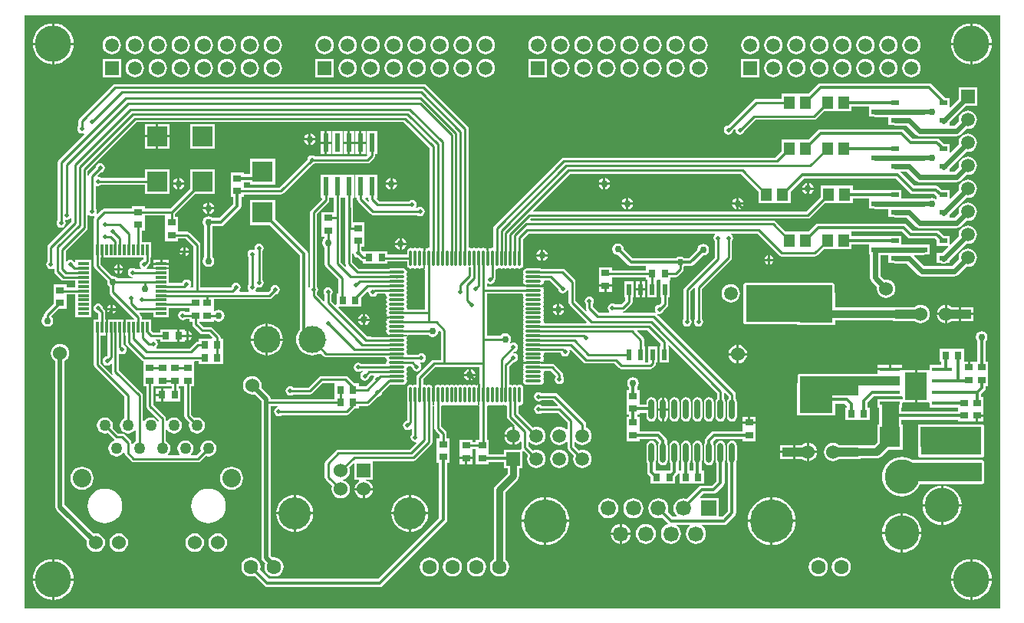
<source format=gtl>
%FSLAX43Y43*%
%MOMM*%
%SFA1B1*%

%IPPOS*%
%ADD10R,1.199998X1.399997*%
%ADD11O,1.799996X0.299999*%
%ADD12O,0.299999X1.799996*%
%ADD13R,0.899998X0.799998*%
%ADD14R,0.507999X1.299997*%
%ADD15R,0.799998X0.899998*%
%ADD16R,0.634999X2.031996*%
%ADD17O,0.599999X2.199996*%
%ADD18R,2.199996X2.199996*%
%ADD19R,1.199998X0.299999*%
%ADD20R,0.299999X1.199998*%
%ADD21R,2.299995X2.299995*%
%ADD22R,2.539995X1.015998*%
%ADD23R,2.399995X3.099994*%
%ADD24R,2.199996X0.449999*%
%ADD25R,0.849998X0.599999*%
%ADD26R,3.682993X3.047994*%
%ADD27R,2.299995X2.299995*%
%ADD28C,0.253999*%
%ADD29C,0.599999*%
%ADD30C,0.380999*%
%ADD31C,0.507999*%
%ADD32C,0.888998*%
%ADD33C,0.634999*%
%ADD34C,0.761998*%
%ADD35R,9.524981X4.063992*%
%ADD36R,1.904996X3.301993*%
%ADD37R,3.555993X4.063992*%
%ADD38R,11.048978X1.015998*%
%ADD39R,6.730987X3.174994*%
%ADD40R,8.508983X2.158996*%
%ADD41R,3.174994X1.396997*%
%ADD42C,0.507999*%
%ADD43C,1.523997*%
%ADD44C,0.761998*%
%ADD45R,1.523997X1.523997*%
%ADD46C,3.555993*%
%ADD47C,1.499997*%
%ADD48R,1.499997X1.499997*%
%ADD49C,3.999992*%
%ADD50C,3.809992*%
%ADD51R,1.499997X1.499997*%
%ADD52C,1.599997*%
%ADD53C,1.689997*%
%ADD54R,1.689997X1.689997*%
%ADD55C,4.759990*%
%ADD56C,2.031996*%
%ADD57C,1.269997*%
%ADD58C,2.999994*%
%ADD59C,1.777996*%
%LNlp_led_cube_8x8x8-1*%
%LPD*%
G36*
X133095Y25399D02*
X25399D01*
Y90931*
X133095*
Y25399*
G37*
%LNlp_led_cube_8x8x8-2*%
%LPC*%
G36*
X122303Y52264D02*
X121076D01*
Y51912*
X122303*
Y52264*
G37*
G36*
X120822D02*
X119595D01*
Y51912*
X120822*
Y52264*
G37*
G36*
X82749Y52501D02*
X82730Y52402D01*
X82458*
X82340Y52426*
X80840*
X80682Y52395*
X80671Y52387*
X80453*
X80459Y52356*
X80521Y52264*
X80459Y52172*
X80428Y52014*
X80459Y51856*
X80521Y51764*
X80459Y51672*
X80428Y51514*
X80459Y51356*
X80521Y51264*
X80459Y51172*
X80428Y51014*
X80459Y50856*
X80521Y50764*
X80459Y50672*
X80428Y50514*
X80459Y50356*
X80549Y50223*
X80682Y50133*
X80840Y50102*
X82340*
X82498Y50133*
X82631Y50223*
X82721Y50356*
X82752Y50514*
X82721Y50672*
X82659Y50764*
X82721Y50856*
X82752Y51014*
X82721Y51172*
X82659Y51264*
X82721Y51356*
X82752Y51514*
X82749Y51527*
X82830Y51626*
X83470*
X84066Y51030*
Y50993*
X83975Y50858*
X83936Y50660*
X83975Y50461*
X84088Y50293*
X84256Y50181*
X84454Y50142*
X84652Y50181*
X84820Y50293*
X84933Y50461*
X84972Y50660*
X84933Y50858*
X84842Y50993*
Y51191*
X84818Y51315*
X84813Y51340*
X84729Y51466*
X83906Y52289*
X83780Y52373*
X83631Y52402*
X82830*
X82749Y52501*
G37*
G36*
X131063Y56018D02*
X130815Y55969D01*
X130605Y55829*
X130465Y55619*
X130416Y55371*
X130465Y55123*
X130605Y54913*
X130610Y54910*
Y52661*
X129793*
Y52007*
X129539*
Y52661*
X129115*
Y54043*
X127807*
X127715*
X126407*
Y52635*
X126608*
Y52264*
X125345*
Y51714*
X125278*
X125255*
X123951*
Y49910*
Y48106*
X125255*
X125345Y48016*
Y47556*
X128053*
Y47582*
X128454*
Y47416*
Y47324*
Y47123*
X122178*
Y47556*
X122303*
Y48039*
X122370Y48106*
X122393*
X123697*
Y49910*
Y51714*
X122393*
X122370*
X122303Y51781*
Y51658*
X119595*
Y51312*
X110997*
X110898Y51292*
X110814Y51236*
X110758Y51152*
X110738Y51053*
Y50228*
X110679*
Y46672*
X114870*
Y47996*
X115953*
X116194Y47755*
Y47566*
X115993*
Y46158*
X117301*
X117393*
X118701*
Y47566*
X118500*
Y48136*
X119186Y48822*
X119595*
Y48806*
X122280*
X122370Y48716*
Y48514*
X122303*
X122280*
X121939*
X121919Y48518*
X120014*
X119994Y48514*
X119595*
Y47556*
X119755*
Y45726*
X119535*
Y43696*
X119214Y43376*
X117728*
Y43433*
X115356*
X115192Y43558*
X114945Y43661*
X114680Y43696*
X114415Y43661*
X114168Y43558*
X113955Y43396*
X113793Y43183*
X113690Y42936*
X113655Y42671*
X113690Y42406*
X113793Y42159*
X113955Y41946*
X114168Y41784*
X114415Y41681*
X114680Y41646*
X114945Y41681*
X115192Y41784*
X115356Y41909*
X117728*
Y41966*
X119506*
X119688Y41990*
X119788Y42032*
X119858Y42061*
X120004Y42173*
X120749Y42918*
X122343*
Y45726*
X122178*
Y46217*
X128454*
Y46016*
X129862*
X130428*
Y46670*
X130555*
Y46797*
X131259*
Y47324*
Y47416*
Y48724*
X131104*
X131014Y48814*
X131017Y49096*
X131383Y49463*
X131433Y49536*
X131482Y49610*
X131516Y49783*
Y49953*
X131767*
Y51261*
Y51353*
Y52661*
X131516*
Y54910*
X131521Y54913*
X131661Y55123*
X131710Y55371*
X131661Y55619*
X131521Y55829*
X131311Y55969*
X131063Y56018*
G37*
G36*
X75170Y51053D02*
X74675D01*
Y50558*
X74796Y50582*
X75006Y50722*
X75146Y50932*
X75170Y51053*
G37*
G36*
X74421D02*
X73926D01*
X73950Y50932*
X74090Y50722*
X74300Y50582*
X74421Y50558*
Y51053*
G37*
G36*
X74675Y51802D02*
Y51307D01*
X75170*
X75146Y51428*
X75006Y51638*
X74796Y51778*
X74675Y51802*
G37*
G36*
X74421D02*
X74300Y51778D01*
X74090Y51638*
X73950Y51428*
X73926Y51307*
X74421*
Y51802*
G37*
G36*
X104266Y54474D02*
Y53593D01*
X105147*
X105129Y53731*
X105026Y53978*
X104864Y54191*
X104651Y54353*
X104404Y54456*
X104266Y54474*
G37*
G36*
X104012D02*
X103874Y54456D01*
X103627Y54353*
X103414Y54191*
X103252Y53978*
X103149Y53731*
X103131Y53593*
X104012*
Y54474*
G37*
G36*
X52284Y56834D02*
Y55211D01*
X53907*
X53886Y55428*
X53785Y55758*
X53622Y56063*
X53403Y56330*
X53136Y56549*
X52831Y56712*
X52501Y56813*
X52284Y56834*
G37*
G36*
X52030D02*
X51813Y56813D01*
X51483Y56712*
X51178Y56549*
X50911Y56330*
X50692Y56063*
X50529Y55758*
X50428Y55428*
X50407Y55211*
X52030*
Y56834*
G37*
G36*
X105147Y53339D02*
X104266D01*
Y52458*
X104404Y52476*
X104651Y52579*
X104864Y52741*
X105026Y52954*
X105129Y53201*
X105147Y53339*
G37*
G36*
X104012D02*
X103131D01*
X103149Y53201*
X103252Y52954*
X103414Y52741*
X103627Y52579*
X103874Y52476*
X104012Y52458*
Y53339*
G37*
G36*
X53907Y54957D02*
X52284D01*
Y53334*
X52501Y53355*
X52831Y53456*
X53136Y53619*
X53403Y53838*
X53622Y54105*
X53785Y54410*
X53886Y54740*
X53907Y54957*
G37*
G36*
X52030D02*
X50407D01*
X50428Y54740*
X50529Y54410*
X50692Y54105*
X50911Y53838*
X51178Y53619*
X51483Y53456*
X51813Y53355*
X52030Y53334*
Y54957*
G37*
G36*
X75040Y50126D02*
X74882Y50095D01*
X74790Y50033*
X74698Y50095*
X74540Y50126*
X74382Y50095*
X74290Y50033*
X74198Y50095*
X74040Y50126*
X73882Y50095*
X73790Y50033*
X73698Y50095*
X73540Y50126*
X73382Y50095*
X73290Y50033*
X73198Y50095*
X73040Y50126*
X72882Y50095*
X72790Y50033*
X72698Y50095*
X72540Y50126*
X72382Y50095*
X72290Y50033*
X72198Y50095*
X72040Y50126*
X71882Y50095*
X71790Y50033*
X71698Y50095*
X71540Y50126*
X71382Y50095*
X71290Y50033*
X71198Y50095*
X71040Y50126*
X70882Y50095*
X70790Y50033*
X70698Y50095*
X70667Y50101*
Y49883*
X70659Y49872*
X70628Y49714*
Y48964*
Y48214*
X70651Y48096*
Y47824*
X70553Y47805*
X70652Y47724*
Y45290*
X70681Y45141*
X70765Y45015*
X71239Y44542*
Y44152*
X70923*
Y42844*
Y42752*
Y41444*
X71174*
Y35366*
X64454Y28646*
X52384*
X51412Y29618*
X51445Y29696*
X51481Y29971*
X51445Y30246*
X51339Y30503*
X51170Y30723*
X50950Y30892*
X50693Y30998*
X50418Y31034*
X50143Y30998*
X49886Y30892*
X49666Y30723*
X49497Y30503*
X49391Y30246*
X49355Y29971*
X49391Y29696*
X49497Y29439*
X49666Y29219*
X49886Y29050*
X50143Y28944*
X50418Y28908*
X50693Y28944*
X50771Y28977*
X51876Y27873*
X52023Y27774*
X52196Y27740*
X64642*
X64815Y27774*
X64962Y27873*
X71947Y34858*
X72046Y35005*
X72080Y35178*
Y41444*
X72331*
Y42752*
Y42844*
Y44152*
X72015*
Y44703*
X71986Y44852*
X71902Y44978*
X71428Y45451*
Y47724*
X71527Y47805*
X71540Y47802*
X71698Y47833*
X71790Y47895*
X71882Y47833*
X72040Y47802*
X72198Y47833*
X72290Y47895*
X72382Y47833*
X72540Y47802*
X72698Y47833*
X72790Y47895*
X72882Y47833*
X73040Y47802*
X73198Y47833*
X73290Y47895*
X73382Y47833*
X73540Y47802*
X73698Y47833*
X73790Y47895*
X73882Y47833*
X74040Y47802*
X74198Y47833*
X74290Y47895*
X74382Y47833*
X74540Y47802*
X74698Y47833*
X74790Y47895*
X74882Y47833*
X75040Y47802*
X75198Y47833*
X75290Y47895*
X75382Y47833*
X75413Y47827*
Y48045*
X75421Y48056*
X75452Y48214*
Y48964*
Y49714*
X75421Y49872*
X75413Y49883*
Y50101*
X75382Y50095*
X75290Y50033*
X75198Y50095*
X75040Y50126*
G37*
G36*
X131259Y46543D02*
X130682D01*
Y46016*
X131259*
Y46543*
G37*
G36*
X100964Y48722D02*
X100748Y48679D01*
X100565Y48556*
X100442Y48373*
X100399Y48157*
Y46557*
X100442Y46341*
X100565Y46158*
X100748Y46035*
X100964Y45992*
X101180Y46035*
X101363Y46158*
X101486Y46341*
X101529Y46557*
Y48157*
X101486Y48373*
X101363Y48556*
X101180Y48679*
X100964Y48722*
G37*
G36*
X96449Y47230D02*
X96011D01*
Y46017*
X96100Y46035*
X96283Y46158*
X96406Y46341*
X96449Y46557*
Y47230*
G37*
G36*
X95757D02*
X95319D01*
Y46557*
X95362Y46341*
X95485Y46158*
X95668Y46035*
X95757Y46017*
Y47230*
G37*
G36*
X97154Y48722D02*
X96938Y48679D01*
X96755Y48556*
X96632Y48373*
X96589Y48157*
Y46557*
X96632Y46341*
X96755Y46158*
X96938Y46035*
X97154Y45992*
X97370Y46035*
X97553Y46158*
X97676Y46341*
X97719Y46557*
Y48157*
X97676Y48373*
X97553Y48556*
X97370Y48679*
X97154Y48722*
G37*
G36*
X106113Y45784D02*
X104705D01*
Y45257*
Y45165*
Y44964*
X101534*
X101361Y44930*
X101214Y44831*
X100644Y44261*
X100545Y44114*
X100511Y43941*
Y43676*
X100442Y43573*
X100399Y43357*
Y41757*
X100442Y41541*
X100565Y41358*
X100748Y41235*
X100964Y41192*
X101180Y41235*
X101363Y41358*
X101486Y41541*
X101529Y41757*
Y43357*
X101486Y43573*
X101417Y43676*
Y43753*
X101722Y44058*
X104705*
Y43857*
X106113*
Y45165*
Y45257*
Y45784*
G37*
G36*
X99694Y48722D02*
X99478Y48679D01*
X99295Y48556*
X99172Y48373*
X99129Y48157*
Y46557*
X99172Y46341*
X99295Y46158*
X99478Y46035*
X99694Y45992*
X99910Y46035*
X100093Y46158*
X100216Y46341*
X100259Y46557*
Y48157*
X100216Y48373*
X100093Y48556*
X99910Y48679*
X99694Y48722*
G37*
G36*
X98424D02*
X98208Y48679D01*
X98025Y48556*
X97902Y48373*
X97859Y48157*
Y46557*
X97902Y46341*
X98025Y46158*
X98208Y46035*
X98424Y45992*
X98640Y46035*
X98823Y46158*
X98946Y46341*
X98989Y46557*
Y48157*
X98946Y48373*
X98823Y48556*
X98640Y48679*
X98424Y48722*
G37*
G36*
X92582Y50938D02*
X92334Y50889D01*
X92124Y50749*
X91984Y50539*
X91935Y50291*
X91984Y50043*
X92124Y49833*
X92129Y49830*
Y49486*
X91878*
Y48178*
Y48086*
Y46778*
X92129*
Y46565*
X91878*
Y45257*
Y45165*
Y43857*
X93286*
Y44058*
X95126*
X95431Y43753*
Y43676*
X95362Y43573*
X95319Y43357*
Y41757*
X95362Y41541*
X95485Y41358*
X95668Y41235*
X95884Y41192*
X96100Y41235*
X96283Y41358*
X96406Y41541*
X96449Y41757*
Y43357*
X96406Y43573*
X96337Y43676*
Y43941*
X96328Y43988*
X96303Y44114*
X96258Y44182*
X96204Y44261*
X95634Y44831*
X95556Y44884*
X95487Y44930*
X95406Y44946*
X95314Y44964*
X93286*
Y45165*
Y45257*
Y46565*
X93035*
Y46778*
X93286*
Y46979*
X94049*
Y46557*
X94092Y46341*
X94215Y46158*
X94398Y46035*
X94614Y45992*
X94830Y46035*
X95013Y46158*
X95136Y46341*
X95179Y46557*
Y48157*
X95136Y48373*
X95013Y48556*
X94830Y48679*
X94614Y48722*
X94398Y48679*
X94215Y48556*
X94092Y48373*
X94049Y48157*
Y47885*
X93286*
Y48086*
Y48178*
Y49486*
X93035*
Y49830*
X93040Y49833*
X93180Y50043*
X93229Y50291*
X93180Y50539*
X93040Y50749*
X92830Y50889*
X92582Y50938*
G37*
G36*
X82168Y49285D02*
X81970Y49246D01*
X81802Y49133*
X81689Y48965*
X81650Y48767*
X81689Y48569*
X81802Y48401*
X81970Y48288*
X82168Y48249*
X82366Y48288*
X82501Y48379*
X83785*
X84288Y47876*
X84239Y47758*
X82501*
X82366Y47849*
X82168Y47888*
X81970Y47849*
X81802Y47736*
X81689Y47568*
X81650Y47370*
X81689Y47172*
X81802Y47004*
X81970Y46891*
X82168Y46852*
X82366Y46891*
X82501Y46982*
X84293*
X85336Y45939*
Y45147*
X85215Y45106*
X85170Y45165*
X84960Y45326*
X84716Y45427*
X84454Y45462*
X84192Y45427*
X83948Y45326*
X83738Y45165*
X83577Y44955*
X83476Y44711*
X83441Y44449*
X83476Y44187*
X83577Y43943*
X83738Y43733*
X83948Y43572*
X84192Y43471*
X84454Y43436*
X84716Y43471*
X84960Y43572*
X85170Y43733*
X85215Y43792*
X85336Y43751*
Y43179*
X85365Y43030*
X85449Y42904*
X86065Y42289*
X86016Y42171*
X85981Y41909*
X86016Y41647*
X86117Y41403*
X86278Y41193*
X86488Y41032*
X86732Y40931*
X86994Y40896*
X87256Y40931*
X87500Y41032*
X87710Y41193*
X87871Y41403*
X87972Y41647*
X88007Y41909*
X87972Y42171*
X87871Y42415*
X87710Y42625*
X87500Y42786*
X87256Y42887*
X86994Y42922*
X86732Y42887*
X86614Y42838*
X86112Y43340*
Y43751*
X86233Y43792*
X86278Y43733*
X86488Y43572*
X86732Y43471*
X86994Y43436*
X87256Y43471*
X87500Y43572*
X87710Y43733*
X87871Y43943*
X87972Y44187*
X88007Y44449*
X87972Y44711*
X87871Y44955*
X87710Y45165*
X87500Y45326*
X87382Y45375*
Y45719*
X87353Y45868*
X87269Y45994*
X84221Y49042*
X84095Y49126*
X83946Y49155*
X82501*
X82366Y49246*
X82168Y49285*
G37*
G36*
X40447Y49663D02*
X39920D01*
Y49086*
X40447*
Y49663*
G37*
G36*
Y48832D02*
X39920D01*
Y48255*
X40447*
Y48832*
G37*
G36*
X106113Y46565D02*
X105536D01*
Y46038*
X106113*
Y46565*
G37*
G36*
X105282D02*
X104705D01*
Y46038*
X105282*
Y46565*
G37*
G36*
X96011Y48697D02*
Y47484D01*
X96449*
Y48157*
X96406Y48373*
X96283Y48556*
X96100Y48679*
X96011Y48697*
G37*
G36*
X95757D02*
X95668Y48679D01*
X95485Y48556*
X95362Y48373*
X95319Y48157*
Y47484*
X95757*
Y48697*
G37*
G36*
X90238Y60894D02*
X89661D01*
Y60367*
X90238*
Y60894*
G37*
G36*
X89407D02*
X88830D01*
Y60367*
X89407*
Y60894*
G37*
G36*
X93939Y61526D02*
X93558D01*
Y60749*
X93939*
Y61526*
G37*
G36*
X93304D02*
X92923D01*
Y60749*
X93304*
Y61526*
G37*
G36*
X103377Y61210D02*
X103115Y61175D01*
X102871Y61074*
X102661Y60913*
X102500Y60703*
X102399Y60459*
X102364Y60197*
X102399Y59935*
X102500Y59691*
X102661Y59481*
X102871Y59320*
X103115Y59219*
X103377Y59184*
X103639Y59219*
X103883Y59320*
X104093Y59481*
X104254Y59691*
X104355Y59935*
X104390Y60197*
X104355Y60459*
X104254Y60703*
X104093Y60913*
X103883Y61074*
X103639Y61175*
X103377Y61210*
G37*
G36*
X84454Y59041D02*
Y58546D01*
X84949*
X84925Y58667*
X84785Y58877*
X84575Y59017*
X84454Y59041*
G37*
G36*
X93939Y60495D02*
X93558D01*
Y59718*
X93939*
Y60495*
G37*
G36*
X93304D02*
X92923D01*
Y59718*
X93304*
Y60495*
G37*
G36*
X107695Y64373D02*
Y64007D01*
X108061*
X108047Y64078*
X107934Y64246*
X107766Y64359*
X107695Y64373*
G37*
G36*
X107441D02*
X107370Y64359D01*
X107202Y64246*
X107089Y64078*
X107075Y64007*
X107441*
Y64373*
G37*
G36*
X82676Y65010D02*
Y64515D01*
X83171*
X83147Y64636*
X83007Y64846*
X82797Y64986*
X82676Y65010*
G37*
G36*
X82422D02*
X82301Y64986D01*
X82091Y64846*
X81951Y64636*
X81927Y64515*
X82422*
Y65010*
G37*
G36*
X108061Y63753D02*
X107695D01*
Y63387*
X107766Y63401*
X107934Y63514*
X108047Y63682*
X108061Y63753*
G37*
G36*
X107441D02*
X107075D01*
X107089Y63682*
X107202Y63514*
X107370Y63401*
X107441Y63387*
Y63753*
G37*
G36*
X83171Y64261D02*
X82676D01*
Y63766*
X82797Y63790*
X83007Y63930*
X83147Y64140*
X83171Y64261*
G37*
G36*
X82422D02*
X81927D01*
X81951Y64140*
X82091Y63930*
X82301Y63790*
X82422Y63766*
Y64261*
G37*
G36*
X84200Y59041D02*
X84079Y59017D01*
X83869Y58877*
X83729Y58667*
X83705Y58546*
X84200*
Y59041*
G37*
G36*
X130174Y57784D02*
X128777D01*
Y57149*
X130174*
Y57784*
G37*
G36*
X127253Y58919D02*
Y57911D01*
Y56903*
X127391Y56921*
X127638Y57024*
X127802Y57149*
X128523*
Y57911*
Y58673*
X127802*
X127638Y58798*
X127391Y58901*
X127253Y58919*
G37*
G36*
X62991Y57898D02*
Y57403D01*
X63486*
X63462Y57524*
X63322Y57734*
X63112Y57874*
X62991Y57898*
G37*
G36*
X62737D02*
X62616Y57874D01*
X62406Y57734*
X62266Y57524*
X62242Y57403*
X62737*
Y57898*
G37*
G36*
X63486Y57149D02*
X62991D01*
Y56654*
X63112Y56678*
X63322Y56818*
X63462Y57028*
X63486Y57149*
G37*
G36*
X62737D02*
X62242D01*
X62266Y57028*
X62406Y56818*
X62616Y56678*
X62737Y56654*
Y57149*
G37*
G36*
X126999Y57784D02*
X126118D01*
X126136Y57646*
X126239Y57399*
X126401Y57186*
X126614Y57024*
X126861Y56921*
X126999Y56903*
Y57784*
G37*
G36*
X114553Y61345D02*
X105028D01*
X104929Y61325*
X104845Y61269*
X104789Y61185*
X104769Y61086*
Y57022*
X104789Y56923*
X104845Y56839*
X104929Y56783*
X105028Y56763*
X110679*
Y56705*
X114870*
Y57206*
X121284*
Y57149*
X123656*
X123820Y57024*
X124067Y56921*
X124332Y56886*
X124597Y56921*
X124844Y57024*
X125057Y57186*
X125219Y57399*
X125322Y57646*
X125357Y57911*
X125322Y58176*
X125219Y58423*
X125057Y58636*
X124844Y58798*
X124597Y58901*
X124332Y58936*
X124067Y58901*
X123820Y58798*
X123656Y58673*
X121284*
Y58616*
X114870*
Y60261*
X114812*
Y61086*
X114792Y61185*
X114736Y61269*
X114652Y61325*
X114553Y61345*
G37*
G36*
X130174Y58673D02*
X128777D01*
Y58038*
X130174*
Y58673*
G37*
G36*
X126999Y58919D02*
X126861Y58901D01*
X126614Y58798*
X126401Y58636*
X126239Y58423*
X126136Y58176*
X126118Y58038*
X126999*
Y58919*
G37*
G36*
X35178Y58912D02*
Y58546D01*
X35544*
X35530Y58617*
X35417Y58785*
X35249Y58898*
X35178Y58912*
G37*
G36*
X34924D02*
X34853Y58898D01*
X34685Y58785*
X34572Y58617*
X34558Y58546*
X34924*
Y58912*
G37*
G36*
X84949Y58292D02*
X84454D01*
Y57797*
X84575Y57821*
X84785Y57961*
X84925Y58171*
X84949Y58292*
G37*
G36*
X84200D02*
X83705D01*
X83729Y58171*
X83869Y57961*
X84079Y57821*
X84200Y57797*
Y58292*
G37*
G36*
X35544D02*
X35178D01*
Y57926*
X35249Y57940*
X35417Y58053*
X35530Y58221*
X35544Y58292*
G37*
G36*
X34924D02*
X34558D01*
X34572Y58221*
X34685Y58053*
X34853Y57940*
X34924Y57926*
Y58292*
G37*
G36*
X110503Y34899D02*
X107998D01*
Y32394*
X108284Y32416*
X108687Y32513*
X109071Y32672*
X109424Y32888*
X109739Y33158*
X110009Y33473*
X110225Y33826*
X110384Y34210*
X110481Y34613*
X110503Y34899*
G37*
G36*
X107744D02*
X105239D01*
X105261Y34613*
X105358Y34210*
X105517Y33826*
X105733Y33473*
X106003Y33158*
X106318Y32888*
X106672Y32672*
X107055Y32513*
X107458Y32416*
X107744Y32394*
Y34899*
G37*
G36*
X91094Y33479D02*
X90129D01*
X90150Y33319*
X90261Y33052*
X90437Y32822*
X90667Y32646*
X90934Y32535*
X91094Y32514*
Y33479*
G37*
G36*
X93991Y34714D02*
X93704Y34677D01*
X93437Y34566*
X93207Y34390*
X93031Y34160*
X92920Y33893*
X92882Y33606*
X92920Y33319*
X93031Y33052*
X93207Y32822*
X93437Y32646*
X93704Y32535*
X93991Y32498*
X94278Y32535*
X94545Y32646*
X94775Y32822*
X94951Y33052*
X95062Y33319*
X95099Y33606*
X95062Y33893*
X94951Y34160*
X94775Y34390*
X94545Y34566*
X94278Y34677*
X93991Y34714*
G37*
G36*
X46735Y33663D02*
X46470Y33628D01*
X46223Y33525*
X46010Y33363*
X45848Y33150*
X45745Y32903*
X45710Y32638*
X45745Y32373*
X45848Y32126*
X46010Y31913*
X46223Y31751*
X46470Y31648*
X46735Y31613*
X47000Y31648*
X47247Y31751*
X47460Y31913*
X47622Y32126*
X47725Y32373*
X47760Y32638*
X47725Y32903*
X47622Y33150*
X47460Y33363*
X47247Y33525*
X47000Y33628*
X46735Y33663*
G37*
G36*
X44195D02*
X43930Y33628D01*
X43683Y33525*
X43470Y33363*
X43308Y33150*
X43205Y32903*
X43170Y32638*
X43205Y32373*
X43308Y32126*
X43470Y31913*
X43683Y31751*
X43930Y31648*
X44195Y31613*
X44460Y31648*
X44707Y31751*
X44920Y31913*
X45082Y32126*
X45185Y32373*
X45220Y32638*
X45185Y32903*
X45082Y33150*
X44920Y33363*
X44707Y33525*
X44460Y33628*
X44195Y33663*
G37*
G36*
X85513Y34899D02*
X83008D01*
Y32394*
X83294Y32416*
X83697Y32513*
X84080Y32672*
X84434Y32888*
X84749Y33158*
X85019Y33473*
X85235Y33826*
X85394Y34210*
X85491Y34613*
X85513Y34899*
G37*
G36*
X82754D02*
X80249D01*
X80271Y34613*
X80368Y34210*
X80527Y33826*
X80743Y33473*
X81013Y33158*
X81328Y32888*
X81681Y32672*
X82065Y32513*
X82468Y32416*
X82754Y32394*
Y34899*
G37*
G36*
X55117Y35749D02*
X53215D01*
X53241Y35478*
X53358Y35095*
X53546Y34742*
X53800Y34433*
X54110Y34179*
X54463Y33990*
X54846Y33874*
X55117Y33847*
Y35749*
G37*
G36*
X122364Y35874D02*
Y33845D01*
X124393*
X124364Y34141*
X124241Y34548*
X124040Y34923*
X123771Y35252*
X123442Y35521*
X123067Y35722*
X122660Y35845*
X122364Y35874*
G37*
G36*
X67817Y35749D02*
X65915D01*
X65941Y35478*
X66058Y35095*
X66246Y34742*
X66500Y34433*
X66810Y34179*
X67163Y33990*
X67546Y33874*
X67817Y33847*
Y35749*
G37*
G36*
X57273D02*
X55371D01*
Y33847*
X55642Y33874*
X56025Y33990*
X56378Y34179*
X56688Y34433*
X56942Y34742*
X57130Y35095*
X57247Y35478*
X57273Y35749*
G37*
G36*
X91094Y34698D02*
X90934Y34677D01*
X90667Y34566*
X90437Y34390*
X90261Y34160*
X90150Y33893*
X90129Y33733*
X91094*
Y34698*
G37*
G36*
X92313Y33479D02*
X91348D01*
Y32514*
X91508Y32535*
X91775Y32646*
X92005Y32822*
X92181Y33052*
X92292Y33319*
X92313Y33479*
G37*
G36*
X122109Y35874D02*
X121813Y35845D01*
X121406Y35722*
X121031Y35521*
X120702Y35252*
X120433Y34923*
X120232Y34548*
X120109Y34141*
X120080Y33845*
X122109*
Y35874*
G37*
G36*
X91348Y34698D02*
Y33733D01*
X92313*
X92292Y33893*
X92181Y34160*
X92005Y34390*
X91775Y34566*
X91508Y34677*
X91348Y34698*
G37*
G36*
X35813Y33663D02*
X35548Y33628D01*
X35301Y33525*
X35088Y33363*
X34926Y33150*
X34823Y32903*
X34788Y32638*
X34823Y32373*
X34926Y32126*
X35088Y31913*
X35301Y31751*
X35548Y31648*
X35813Y31613*
X36078Y31648*
X36325Y31751*
X36538Y31913*
X36700Y32126*
X36803Y32373*
X36838Y32638*
X36803Y32903*
X36700Y33150*
X36538Y33363*
X36325Y33525*
X36078Y33628*
X35813Y33663*
G37*
G36*
X28701Y30826D02*
Y28701D01*
X30826*
X30795Y29016*
X30666Y29441*
X30457Y29832*
X30176Y30176*
X29832Y30457*
X29441Y30666*
X29016Y30795*
X28701Y30826*
G37*
G36*
X28447D02*
X28132Y30795D01*
X27707Y30666*
X27316Y30457*
X26972Y30176*
X26691Y29832*
X26482Y29441*
X26353Y29016*
X26322Y28701*
X28447*
Y30826*
G37*
G36*
X130047D02*
Y28701D01*
X132172*
X132141Y29016*
X132013Y29441*
X131803Y29832*
X131522Y30176*
X131178Y30457*
X130787Y30666*
X130362Y30795*
X130047Y30826*
G37*
G36*
X129793D02*
X129478Y30795D01*
X129053Y30666*
X128662Y30457*
X128318Y30176*
X128037Y29832*
X127827Y29441*
X127699Y29016*
X127668Y28701*
X129793*
Y30826*
G37*
G36*
X30826Y28447D02*
X28701D01*
Y26322*
X29016Y26353*
X29441Y26482*
X29832Y26691*
X30176Y26972*
X30457Y27316*
X30666Y27707*
X30795Y28132*
X30826Y28447*
G37*
G36*
X28447D02*
X26322D01*
X26353Y28132*
X26482Y27707*
X26691Y27316*
X26972Y26972*
X27316Y26691*
X27707Y26482*
X28132Y26353*
X28447Y26322*
Y28447*
G37*
G36*
X132172D02*
X130047D01*
Y26322*
X130362Y26353*
X130787Y26482*
X131178Y26691*
X131522Y26972*
X131803Y27316*
X132013Y27707*
X132141Y28132*
X132172Y28447*
G37*
G36*
X129793D02*
X127668D01*
X127699Y28132*
X127827Y27707*
X128037Y27316*
X128318Y26972*
X128662Y26691*
X129053Y26482*
X129478Y26353*
X129793Y26322*
Y28447*
G37*
G36*
X122109Y33590D02*
X120080D01*
X120109Y33294*
X120232Y32887*
X120433Y32512*
X120702Y32183*
X121031Y31914*
X121406Y31713*
X121813Y31590*
X122109Y31561*
Y33590*
G37*
G36*
X115569Y31034D02*
X115294Y30998D01*
X115037Y30892*
X114817Y30723*
X114648Y30503*
X114542Y30246*
X114506Y29971*
X114542Y29696*
X114648Y29439*
X114817Y29219*
X115037Y29050*
X115294Y28944*
X115569Y28908*
X115844Y28944*
X116101Y29050*
X116321Y29219*
X116490Y29439*
X116596Y29696*
X116632Y29971*
X116596Y30246*
X116490Y30503*
X116321Y30723*
X116101Y30892*
X115844Y30998*
X115569Y31034*
G37*
G36*
X29336Y54618D02*
X29071Y54583D01*
X28824Y54480*
X28611Y54318*
X28449Y54105*
X28346Y53858*
X28311Y53593*
X28346Y53328*
X28449Y53081*
X28611Y52868*
X28818Y52710*
Y36575*
X28857Y36377*
X28970Y36209*
X32282Y32896*
X32248Y32638*
X32283Y32373*
X32386Y32126*
X32548Y31913*
X32761Y31751*
X33008Y31648*
X33273Y31613*
X33538Y31648*
X33785Y31751*
X33998Y31913*
X34160Y32126*
X34263Y32373*
X34298Y32638*
X34263Y32903*
X34160Y33150*
X33998Y33363*
X33785Y33525*
X33538Y33628*
X33273Y33663*
X33015Y33629*
X29854Y36790*
Y52710*
X30061Y52868*
X30223Y53081*
X30326Y53328*
X30361Y53593*
X30326Y53858*
X30223Y54105*
X30061Y54318*
X29848Y54480*
X29601Y54583*
X29336Y54618*
G37*
G36*
X124393Y33590D02*
X122364D01*
Y31561*
X122660Y31590*
X123067Y31713*
X123442Y31914*
X123771Y32183*
X124040Y32512*
X124241Y32887*
X124364Y33294*
X124393Y33590*
G37*
G36*
X72643Y31034D02*
X72368Y30998D01*
X72111Y30892*
X71891Y30723*
X71722Y30503*
X71616Y30246*
X71580Y29971*
X71616Y29696*
X71722Y29439*
X71891Y29219*
X72111Y29050*
X72368Y28944*
X72643Y28908*
X72918Y28944*
X73175Y29050*
X73395Y29219*
X73564Y29439*
X73670Y29696*
X73706Y29971*
X73670Y30246*
X73564Y30503*
X73395Y30723*
X73175Y30892*
X72918Y30998*
X72643Y31034*
G37*
G36*
X70103D02*
X69828Y30998D01*
X69571Y30892*
X69351Y30723*
X69182Y30503*
X69076Y30246*
X69040Y29971*
X69076Y29696*
X69182Y29439*
X69351Y29219*
X69571Y29050*
X69828Y28944*
X70103Y28908*
X70378Y28944*
X70635Y29050*
X70855Y29219*
X71024Y29439*
X71130Y29696*
X71166Y29971*
X71130Y30246*
X71024Y30503*
X70855Y30723*
X70635Y30892*
X70378Y30998*
X70103Y31034*
G37*
G36*
X113029D02*
X112754Y30998D01*
X112497Y30892*
X112277Y30723*
X112108Y30503*
X112002Y30246*
X111966Y29971*
X112002Y29696*
X112108Y29439*
X112277Y29219*
X112497Y29050*
X112754Y28944*
X113029Y28908*
X113304Y28944*
X113561Y29050*
X113781Y29219*
X113950Y29439*
X114056Y29696*
X114092Y29971*
X114056Y30246*
X113950Y30503*
X113781Y30723*
X113561Y30892*
X113304Y30998*
X113029Y31034*
G37*
G36*
X75310D02*
X75035Y30998D01*
X74778Y30892*
X74558Y30723*
X74389Y30503*
X74283Y30246*
X74247Y29971*
X74283Y29696*
X74389Y29439*
X74558Y29219*
X74778Y29050*
X75035Y28944*
X75310Y28908*
X75585Y28944*
X75842Y29050*
X76062Y29219*
X76231Y29439*
X76337Y29696*
X76373Y29971*
X76337Y30246*
X76231Y30503*
X76062Y30723*
X75842Y30892*
X75585Y30998*
X75310Y31034*
G37*
G36*
X48259Y41031D02*
X47927Y40987D01*
X47619Y40859*
X47353Y40656*
X47150Y40390*
X47022Y40082*
X46978Y39750*
X47022Y39418*
X47150Y39110*
X47353Y38844*
X47619Y38641*
X47927Y38513*
X48259Y38469*
X48591Y38513*
X48899Y38641*
X49165Y38844*
X49368Y39110*
X49496Y39418*
X49540Y39750*
X49496Y40082*
X49368Y40390*
X49165Y40656*
X48899Y40859*
X48591Y40987*
X48259Y41031*
G37*
G36*
X31749D02*
X31417Y40987D01*
X31109Y40859*
X30843Y40656*
X30640Y40390*
X30512Y40082*
X30468Y39750*
X30512Y39418*
X30640Y39110*
X30843Y38844*
X31109Y38641*
X31417Y38513*
X31749Y38469*
X32081Y38513*
X32389Y38641*
X32655Y38844*
X32858Y39110*
X32986Y39418*
X33030Y39750*
X32986Y40082*
X32858Y40390*
X32655Y40656*
X32389Y40859*
X32081Y40987*
X31749Y41031*
G37*
G36*
X84454Y42922D02*
X84192Y42887D01*
X83948Y42786*
X83738Y42625*
X83577Y42415*
X83476Y42171*
X83441Y41909*
X83476Y41647*
X83577Y41403*
X83738Y41193*
X83948Y41032*
X84192Y40931*
X84454Y40896*
X84716Y40931*
X84960Y41032*
X85170Y41193*
X85331Y41403*
X85432Y41647*
X85467Y41909*
X85432Y42171*
X85331Y42415*
X85170Y42625*
X84960Y42786*
X84716Y42887*
X84454Y42922*
G37*
G36*
X99694Y43922D02*
X99478Y43879D01*
X99295Y43756*
X99172Y43573*
X99129Y43357*
Y41757*
X99172Y41541*
X99241Y41438*
Y40581*
X99105*
X99013*
X98812*
Y41350*
X98823Y41358*
X98946Y41541*
X98989Y41757*
Y43357*
X98946Y43573*
X98823Y43756*
X98640Y43879*
X98424Y43922*
X98208Y43879*
X98025Y43756*
X97902Y43573*
X97859Y43357*
Y41757*
X97902Y41541*
X97906Y41535*
Y40581*
X97705*
X97697*
X97607Y40671*
Y41438*
X97676Y41541*
X97719Y41757*
Y43357*
X97676Y43573*
X97553Y43756*
X97370Y43879*
X97154Y43922*
X96938Y43879*
X96755Y43756*
X96632Y43573*
X96589Y43357*
Y41757*
X96632Y41541*
X96701Y41438*
Y40635*
X96647Y40581*
X95930*
X95838*
X95121*
X95067Y40635*
Y41438*
X95136Y41541*
X95179Y41757*
Y43357*
X95136Y43573*
X95013Y43756*
X94830Y43879*
X94614Y43922*
X94398Y43879*
X94215Y43756*
X94092Y43573*
X94049Y43357*
Y41757*
X94092Y41541*
X94161Y41438*
Y40447*
X94195Y40274*
X94294Y40127*
X94530Y39890*
Y39173*
X95838*
X95930*
X97238*
Y39890*
X97474Y40126*
Y40127*
X97573Y40274*
X97579Y40303*
X97705Y40291*
Y39173*
X99013*
X99105*
X100413*
Y40581*
X100147*
Y41438*
X100216Y41541*
X100259Y41757*
Y43357*
X100216Y43573*
X100093Y43756*
X99910Y43879*
X99694Y43922*
G37*
G36*
X62737Y38416D02*
X61856D01*
X61874Y38278*
X61977Y38031*
X62139Y37819*
X62352Y37656*
X62599Y37554*
X62737Y37535*
Y38416*
G37*
G36*
X126809Y38922D02*
Y36893D01*
X128838*
X128809Y37189*
X128686Y37596*
X128485Y37971*
X128216Y38300*
X127887Y38569*
X127512Y38770*
X127105Y38893*
X126809Y38922*
G37*
G36*
X122237Y42110D02*
X121813Y42068D01*
X121406Y41945*
X121031Y41744*
X120702Y41475*
X120433Y41146*
X120232Y40771*
X120109Y40364*
X120067Y39941*
X120109Y39517*
X120232Y39110*
X120433Y38735*
X120702Y38406*
X121031Y38137*
X121406Y37936*
X121813Y37813*
X122237Y37771*
X122660Y37813*
X123067Y37936*
X123442Y38137*
X123771Y38406*
X124040Y38735*
X124241Y39110*
X131063*
X131162Y39130*
X131246Y39186*
X131302Y39270*
X131322Y39369*
Y41528*
X131302Y41627*
X131246Y41711*
X131162Y41767*
X131063Y41787*
X123362*
X123067Y41945*
X122660Y42068*
X122237Y42110*
G37*
G36*
X63872Y38416D02*
X62991D01*
Y37535*
X63129Y37554*
X63376Y37656*
X63589Y37819*
X63751Y38031*
X63854Y38278*
X63872Y38416*
G37*
G36*
X126843Y45726D02*
X124035D01*
Y42918*
X124073*
Y42290*
X124093Y42191*
X124149Y42107*
X124233Y42051*
X124332Y42031*
X131063*
X131162Y42051*
X131246Y42107*
X131302Y42191*
X131322Y42290*
Y45465*
X131302Y45564*
X131246Y45648*
X131162Y45704*
X131063Y45724*
X126843*
Y45726*
G37*
G36*
X110235Y42544D02*
X108838D01*
Y41909*
X110235*
Y42544*
G37*
G36*
X112013Y43679D02*
Y42798D01*
X112894*
X112876Y42936*
X112773Y43183*
X112611Y43396*
X112398Y43558*
X112151Y43661*
X112013Y43679*
G37*
G36*
X110235Y43433D02*
X108838D01*
Y42798*
X110235*
Y43433*
G37*
G36*
X74871Y41844D02*
X74294D01*
Y41317*
X74871*
Y41844*
G37*
G36*
X74040D02*
X73463D01*
Y41317*
X74040*
Y41844*
G37*
G36*
X112894Y42544D02*
X112013D01*
Y41663*
X112151Y41681*
X112398Y41784*
X112611Y41946*
X112773Y42159*
X112876Y42406*
X112894Y42544*
G37*
G36*
X111759Y43679D02*
X111621Y43661D01*
X111374Y43558*
X111210Y43433*
X110489*
Y42671*
Y41909*
X111210*
X111374Y41784*
X111621Y41681*
X111759Y41663*
Y42671*
Y43679*
G37*
G36*
X126554Y38922D02*
X126258Y38893D01*
X125851Y38770*
X125476Y38569*
X125147Y38300*
X124878Y37971*
X124677Y37596*
X124554Y37189*
X124525Y36893*
X126554*
Y38922*
G37*
G36*
X82754Y37658D02*
X82468Y37636D01*
X82065Y37539*
X81681Y37380*
X81328Y37164*
X81013Y36894*
X80743Y36579*
X80527Y36226*
X80368Y35842*
X80271Y35439*
X80249Y35153*
X82754*
Y37658*
G37*
G36*
X45719Y38616D02*
X45346Y38579D01*
X44986Y38471*
X44656Y38294*
X44365Y38056*
X44127Y37765*
X43950Y37435*
X43842Y37075*
X43805Y36702*
X43842Y36329*
X43950Y35969*
X44127Y35639*
X44365Y35348*
X44656Y35110*
X44986Y34933*
X45346Y34825*
X45719Y34788*
X46092Y34825*
X46452Y34933*
X46782Y35110*
X47073Y35348*
X47311Y35639*
X47488Y35969*
X47596Y36329*
X47633Y36702*
X47596Y37075*
X47488Y37435*
X47311Y37765*
X47073Y38056*
X46782Y38294*
X46452Y38471*
X46092Y38579*
X45719Y38616*
G37*
G36*
X107744Y37658D02*
X107458Y37636D01*
X107055Y37539*
X106672Y37380*
X106318Y37164*
X106003Y36894*
X105733Y36579*
X105517Y36226*
X105358Y35842*
X105261Y35439*
X105239Y35153*
X107744*
Y37658*
G37*
G36*
X83008D02*
Y35153D01*
X85513*
X85491Y35439*
X85394Y35842*
X85235Y36226*
X85019Y36579*
X84749Y36894*
X84434Y37164*
X84080Y37380*
X83697Y37539*
X83294Y37636*
X83008Y37658*
G37*
G36*
X126554Y36638D02*
X124525D01*
X124554Y36342*
X124677Y35935*
X124878Y35560*
X125147Y35231*
X125476Y34962*
X125851Y34761*
X126258Y34638*
X126554Y34609*
Y36638*
G37*
G36*
X69973Y35749D02*
X68071D01*
Y33847*
X68342Y33874*
X68725Y33990*
X69078Y34179*
X69388Y34433*
X69642Y34742*
X69830Y35095*
X69947Y35478*
X69973Y35749*
G37*
G36*
X34289Y38616D02*
X33916Y38579D01*
X33556Y38471*
X33226Y38294*
X32935Y38056*
X32697Y37765*
X32520Y37435*
X32412Y37075*
X32375Y36702*
X32412Y36329*
X32520Y35969*
X32697Y35639*
X32935Y35348*
X33226Y35110*
X33556Y34933*
X33916Y34825*
X34289Y34788*
X34662Y34825*
X35022Y34933*
X35352Y35110*
X35643Y35348*
X35881Y35639*
X36058Y35969*
X36166Y36329*
X36203Y36702*
X36166Y37075*
X36058Y37435*
X35881Y37765*
X35643Y38056*
X35352Y38294*
X35022Y38471*
X34662Y38579*
X34289Y38616*
G37*
G36*
X128838Y36638D02*
X126809D01*
Y34609*
X127105Y34638*
X127512Y34761*
X127887Y34962*
X128216Y35231*
X128485Y35560*
X128686Y35935*
X128809Y36342*
X128838Y36638*
G37*
G36*
X55371Y37906D02*
Y36004D01*
X57273*
X57247Y36275*
X57130Y36658*
X56942Y37011*
X56688Y37320*
X56378Y37574*
X56025Y37763*
X55642Y37879*
X55371Y37906*
G37*
G36*
X55117D02*
X54846Y37879D01*
X54463Y37763*
X54110Y37574*
X53800Y37320*
X53546Y37011*
X53358Y36658*
X53241Y36275*
X53215Y36004*
X55117*
Y37906*
G37*
G36*
X68071D02*
Y36004D01*
X69973*
X69947Y36275*
X69830Y36658*
X69642Y37011*
X69388Y37320*
X69078Y37574*
X68725Y37763*
X68342Y37879*
X68071Y37906*
G37*
G36*
X67817D02*
X67546Y37879D01*
X67163Y37763*
X66810Y37574*
X66500Y37320*
X66246Y37011*
X66058Y36658*
X65941Y36275*
X65915Y36004*
X67817*
Y37906*
G37*
G36*
X89836Y37555D02*
X89549Y37517D01*
X89282Y37406*
X89052Y37230*
X88876Y37000*
X88765Y36733*
X88728Y36446*
X88765Y36159*
X88876Y35892*
X89052Y35662*
X89282Y35486*
X89549Y35375*
X89836Y35338*
X90123Y35375*
X90390Y35486*
X90620Y35662*
X90796Y35892*
X90907Y36159*
X90944Y36446*
X90907Y36733*
X90796Y37000*
X90620Y37230*
X90390Y37406*
X90123Y37517*
X89836Y37555*
G37*
G36*
X107998Y37658D02*
Y35153D01*
X110503*
X110481Y35439*
X110384Y35842*
X110225Y36226*
X110009Y36579*
X109739Y36894*
X109424Y37164*
X109071Y37380*
X108687Y37539*
X108284Y37636*
X107998Y37658*
G37*
G36*
X103504Y43922D02*
X103288Y43879D01*
X103105Y43756*
X102982Y43573*
X102939Y43357*
Y41757*
X102982Y41541*
X103051Y41438*
Y36128*
X102427Y35504*
X102015*
Y37545*
X100052*
X100003Y37662*
X100368Y38027*
X101472*
X101645Y38061*
X101792Y38160*
X102554Y38922*
X102653Y39069*
X102687Y39242*
Y41438*
X102756Y41541*
X102799Y41757*
Y43357*
X102756Y43573*
X102633Y43756*
X102450Y43879*
X102234Y43922*
X102018Y43879*
X101835Y43756*
X101712Y43573*
X101669Y43357*
Y41757*
X101712Y41541*
X101781Y41438*
Y39430*
X101284Y38933*
X100180*
X100007Y38899*
X99860Y38800*
X98534Y37475*
X98433Y37517*
X98146Y37555*
X97859Y37517*
X97592Y37406*
X97362Y37230*
X97186Y37000*
X97075Y36733*
X97038Y36446*
X97075Y36159*
X97186Y35892*
X97362Y35662*
X97411Y35624*
X97371Y35504*
X96959*
X96405Y36058*
X96447Y36159*
X96484Y36446*
X96447Y36733*
X96336Y37000*
X96160Y37230*
X95930Y37406*
X95663Y37517*
X95376Y37555*
X95089Y37517*
X94822Y37406*
X94592Y37230*
X94416Y37000*
X94305Y36733*
X94268Y36446*
X94305Y36159*
X94416Y35892*
X94592Y35662*
X94822Y35486*
X95089Y35375*
X95376Y35338*
X95663Y35375*
X95764Y35417*
X96415Y34766*
X96390Y34642*
X96207Y34566*
X95977Y34390*
X95801Y34160*
X95690Y33893*
X95653Y33606*
X95690Y33319*
X95801Y33052*
X95977Y32822*
X96207Y32646*
X96474Y32535*
X96761Y32498*
X97048Y32535*
X97315Y32646*
X97545Y32822*
X97721Y33052*
X97832Y33319*
X97869Y33606*
X97832Y33893*
X97721Y34160*
X97545Y34390*
X97315Y34566*
X97322Y34598*
X98821*
X98861Y34478*
X98747Y34390*
X98571Y34160*
X98460Y33893*
X98423Y33606*
X98460Y33319*
X98571Y33052*
X98747Y32822*
X98977Y32646*
X99244Y32535*
X99531Y32498*
X99818Y32535*
X100085Y32646*
X100315Y32822*
X100491Y33052*
X100602Y33319*
X100639Y33606*
X100602Y33893*
X100491Y34160*
X100315Y34390*
X100085Y34566*
X100092Y34598*
X102615*
X102788Y34632*
X102935Y34731*
X103824Y35620*
X103874Y35693*
X103923Y35767*
X103957Y35940*
Y41438*
X104026Y41541*
X104069Y41757*
Y43357*
X104026Y43573*
X103903Y43756*
X103720Y43879*
X103504Y43922*
G37*
G36*
X92606Y37555D02*
X92319Y37517D01*
X92052Y37406*
X91822Y37230*
X91646Y37000*
X91535Y36733*
X91498Y36446*
X91535Y36159*
X91646Y35892*
X91822Y35662*
X92052Y35486*
X92319Y35375*
X92606Y35338*
X92893Y35375*
X93160Y35486*
X93390Y35662*
X93566Y35892*
X93677Y36159*
X93715Y36446*
X93677Y36733*
X93566Y37000*
X93390Y37230*
X93160Y37406*
X92893Y37517*
X92606Y37555*
G37*
G36*
X113156Y86102D02*
X112894Y86067D01*
X112650Y85966*
X112440Y85805*
X112279Y85595*
X112178Y85351*
X112143Y85089*
X112178Y84827*
X112279Y84583*
X112440Y84373*
X112650Y84212*
X112894Y84111*
X113156Y84076*
X113418Y84111*
X113662Y84212*
X113872Y84373*
X114033Y84583*
X114134Y84827*
X114169Y85089*
X114134Y85351*
X114033Y85595*
X113872Y85805*
X113662Y85966*
X113418Y86067*
X113156Y86102*
G37*
G36*
X110616D02*
X110354Y86067D01*
X110110Y85966*
X109900Y85805*
X109739Y85595*
X109638Y85351*
X109603Y85089*
X109638Y84827*
X109739Y84583*
X109900Y84373*
X110110Y84212*
X110354Y84111*
X110616Y84076*
X110878Y84111*
X111122Y84212*
X111332Y84373*
X111493Y84583*
X111594Y84827*
X111629Y85089*
X111594Y85351*
X111493Y85595*
X111332Y85805*
X111122Y85966*
X110878Y86067*
X110616Y86102*
G37*
G36*
X118236D02*
X117974Y86067D01*
X117730Y85966*
X117520Y85805*
X117359Y85595*
X117258Y85351*
X117223Y85089*
X117258Y84827*
X117359Y84583*
X117520Y84373*
X117730Y84212*
X117974Y84111*
X118236Y84076*
X118498Y84111*
X118742Y84212*
X118952Y84373*
X119113Y84583*
X119214Y84827*
X119249Y85089*
X119214Y85351*
X119113Y85595*
X118952Y85805*
X118742Y85966*
X118498Y86067*
X118236Y86102*
G37*
G36*
X115696D02*
X115434Y86067D01*
X115190Y85966*
X114980Y85805*
X114819Y85595*
X114718Y85351*
X114683Y85089*
X114718Y84827*
X114819Y84583*
X114980Y84373*
X115190Y84212*
X115434Y84111*
X115696Y84076*
X115958Y84111*
X116202Y84212*
X116412Y84373*
X116573Y84583*
X116674Y84827*
X116709Y85089*
X116674Y85351*
X116573Y85595*
X116412Y85805*
X116202Y85966*
X115958Y86067*
X115696Y86102*
G37*
G36*
X108076D02*
X107814Y86067D01*
X107570Y85966*
X107360Y85805*
X107199Y85595*
X107098Y85351*
X107063Y85089*
X107098Y84827*
X107199Y84583*
X107360Y84373*
X107570Y84212*
X107814Y84111*
X108076Y84076*
X108338Y84111*
X108582Y84212*
X108792Y84373*
X108953Y84583*
X109054Y84827*
X109089Y85089*
X109054Y85351*
X108953Y85595*
X108792Y85805*
X108582Y85966*
X108338Y86067*
X108076Y86102*
G37*
G36*
X94741D02*
X94479Y86067D01*
X94235Y85966*
X94025Y85805*
X93864Y85595*
X93763Y85351*
X93728Y85089*
X93763Y84827*
X93864Y84583*
X94025Y84373*
X94235Y84212*
X94479Y84111*
X94741Y84076*
X95003Y84111*
X95247Y84212*
X95457Y84373*
X95618Y84583*
X95719Y84827*
X95754Y85089*
X95719Y85351*
X95618Y85595*
X95457Y85805*
X95247Y85966*
X95003Y86067*
X94741Y86102*
G37*
G36*
X92201D02*
X91939Y86067D01*
X91695Y85966*
X91485Y85805*
X91324Y85595*
X91223Y85351*
X91188Y85089*
X91223Y84827*
X91324Y84583*
X91485Y84373*
X91695Y84212*
X91939Y84111*
X92201Y84076*
X92463Y84111*
X92707Y84212*
X92917Y84373*
X93078Y84583*
X93179Y84827*
X93214Y85089*
X93179Y85351*
X93078Y85595*
X92917Y85805*
X92707Y85966*
X92463Y86067*
X92201Y86102*
G37*
G36*
X99821D02*
X99559Y86067D01*
X99315Y85966*
X99105Y85805*
X98944Y85595*
X98843Y85351*
X98808Y85089*
X98843Y84827*
X98944Y84583*
X99105Y84373*
X99315Y84212*
X99559Y84111*
X99821Y84076*
X100083Y84111*
X100327Y84212*
X100537Y84373*
X100698Y84583*
X100799Y84827*
X100834Y85089*
X100799Y85351*
X100698Y85595*
X100537Y85805*
X100327Y85966*
X100083Y86067*
X99821Y86102*
G37*
G36*
X97281D02*
X97019Y86067D01*
X96775Y85966*
X96565Y85805*
X96404Y85595*
X96303Y85351*
X96268Y85089*
X96303Y84827*
X96404Y84583*
X96565Y84373*
X96775Y84212*
X97019Y84111*
X97281Y84076*
X97543Y84111*
X97787Y84212*
X97997Y84373*
X98158Y84583*
X98259Y84827*
X98294Y85089*
X98259Y85351*
X98158Y85595*
X97997Y85805*
X97787Y85966*
X97543Y86067*
X97281Y86102*
G37*
G36*
X28447Y87629D02*
X26322D01*
X26353Y87314*
X26482Y86889*
X26691Y86498*
X26972Y86154*
X27316Y85873*
X27707Y85663*
X28132Y85535*
X28447Y85504*
Y87629*
G37*
G36*
X106540Y86093D02*
X104532D01*
Y84085*
X106540*
Y86093*
G37*
G36*
X129793Y87629D02*
X127668D01*
X127699Y87314*
X127827Y86889*
X128037Y86498*
X128318Y86154*
X128662Y85873*
X129053Y85663*
X129478Y85535*
X129793Y85504*
Y87629*
G37*
G36*
X30826D02*
X28701D01*
Y85504*
X29016Y85535*
X29441Y85663*
X29832Y85873*
X30176Y86154*
X30457Y86498*
X30666Y86889*
X30795Y87314*
X30826Y87629*
G37*
G36*
X83045Y86093D02*
X81037D01*
Y84085*
X83045*
Y86093*
G37*
G36*
X123316Y86102D02*
X123054Y86067D01*
X122810Y85966*
X122600Y85805*
X122439Y85595*
X122338Y85351*
X122303Y85089*
X122338Y84827*
X122439Y84583*
X122600Y84373*
X122810Y84212*
X123054Y84111*
X123316Y84076*
X123578Y84111*
X123822Y84212*
X124032Y84373*
X124193Y84583*
X124294Y84827*
X124329Y85089*
X124294Y85351*
X124193Y85595*
X124032Y85805*
X123822Y85966*
X123578Y86067*
X123316Y86102*
G37*
G36*
X120776D02*
X120514Y86067D01*
X120270Y85966*
X120060Y85805*
X119899Y85595*
X119798Y85351*
X119763Y85089*
X119798Y84827*
X119899Y84583*
X120060Y84373*
X120270Y84212*
X120514Y84111*
X120776Y84076*
X121038Y84111*
X121282Y84212*
X121492Y84373*
X121653Y84583*
X121754Y84827*
X121789Y85089*
X121754Y85351*
X121653Y85595*
X121492Y85805*
X121282Y85966*
X121038Y86067*
X120776Y86102*
G37*
G36*
X59550Y86093D02*
X57542D01*
Y84085*
X59550*
Y86093*
G37*
G36*
X36055D02*
X34047D01*
Y84085*
X36055*
Y86093*
G37*
G36*
X89661Y86102D02*
X89399Y86067D01*
X89155Y85966*
X88945Y85805*
X88784Y85595*
X88683Y85351*
X88648Y85089*
X88683Y84827*
X88784Y84583*
X88945Y84373*
X89155Y84212*
X89399Y84111*
X89661Y84076*
X89923Y84111*
X90167Y84212*
X90377Y84373*
X90538Y84583*
X90639Y84827*
X90674Y85089*
X90639Y85351*
X90538Y85595*
X90377Y85805*
X90167Y85966*
X89923Y86067*
X89661Y86102*
G37*
G36*
X47751D02*
X47489Y86067D01*
X47245Y85966*
X47035Y85805*
X46874Y85595*
X46773Y85351*
X46738Y85089*
X46773Y84827*
X46874Y84583*
X47035Y84373*
X47245Y84212*
X47489Y84111*
X47751Y84076*
X48013Y84111*
X48257Y84212*
X48467Y84373*
X48628Y84583*
X48729Y84827*
X48764Y85089*
X48729Y85351*
X48628Y85595*
X48467Y85805*
X48257Y85966*
X48013Y86067*
X47751Y86102*
G37*
G36*
X45211D02*
X44949Y86067D01*
X44705Y85966*
X44495Y85805*
X44334Y85595*
X44233Y85351*
X44198Y85089*
X44233Y84827*
X44334Y84583*
X44495Y84373*
X44705Y84212*
X44949Y84111*
X45211Y84076*
X45473Y84111*
X45717Y84212*
X45927Y84373*
X46088Y84583*
X46189Y84827*
X46224Y85089*
X46189Y85351*
X46088Y85595*
X45927Y85805*
X45717Y85966*
X45473Y86067*
X45211Y86102*
G37*
G36*
X52831D02*
X52569Y86067D01*
X52325Y85966*
X52115Y85805*
X51954Y85595*
X51853Y85351*
X51818Y85089*
X51853Y84827*
X51954Y84583*
X52115Y84373*
X52325Y84212*
X52569Y84111*
X52831Y84076*
X53093Y84111*
X53337Y84212*
X53547Y84373*
X53708Y84583*
X53809Y84827*
X53844Y85089*
X53809Y85351*
X53708Y85595*
X53547Y85805*
X53337Y85966*
X53093Y86067*
X52831Y86102*
G37*
G36*
X50291D02*
X50029Y86067D01*
X49785Y85966*
X49575Y85805*
X49414Y85595*
X49313Y85351*
X49278Y85089*
X49313Y84827*
X49414Y84583*
X49575Y84373*
X49785Y84212*
X50029Y84111*
X50291Y84076*
X50553Y84111*
X50797Y84212*
X51007Y84373*
X51168Y84583*
X51269Y84827*
X51304Y85089*
X51269Y85351*
X51168Y85595*
X51007Y85805*
X50797Y85966*
X50553Y86067*
X50291Y86102*
G37*
G36*
X42671D02*
X42409Y86067D01*
X42165Y85966*
X41955Y85805*
X41794Y85595*
X41693Y85351*
X41658Y85089*
X41693Y84827*
X41794Y84583*
X41955Y84373*
X42165Y84212*
X42409Y84111*
X42671Y84076*
X42933Y84111*
X43177Y84212*
X43387Y84373*
X43548Y84583*
X43649Y84827*
X43684Y85089*
X43649Y85351*
X43548Y85595*
X43387Y85805*
X43177Y85966*
X42933Y86067*
X42671Y86102*
G37*
G36*
X113294Y83383D02*
X113121Y83349D01*
X112974Y83250*
X111956Y82233*
X110789*
X110697*
X108989*
Y81667*
X106171*
X106022Y81638*
X105896Y81554*
X103084Y78741*
X102925Y78710*
X102757Y78597*
X102644Y78429*
X102605Y78231*
X102644Y78033*
X102757Y77865*
X102925Y77752*
X103123Y77713*
X103321Y77752*
X103489Y77865*
X103602Y78033*
X103633Y78192*
X103771Y78329*
X103883Y78269*
X103875Y78231*
X103914Y78033*
X104027Y77865*
X104195Y77752*
X104393Y77713*
X104591Y77752*
X104759Y77865*
X104872Y78033*
X104903Y78192*
X106078Y79367*
X112521*
X112670Y79396*
X112796Y79480*
X113640Y80325*
X114888*
X114980*
X116688*
Y80826*
X118641*
Y80817*
Y79709*
X119176*
X119320Y79680*
X120791*
Y78759*
X121415*
X121470Y78748*
X122760*
X123804Y77705*
X123864Y77664*
X123987Y77582*
X124203Y77539*
X128269*
X128485Y77582*
X128668Y77705*
X129350Y78386*
X129539Y78361*
X129801Y78396*
X130045Y78497*
X130255Y78658*
X130416Y78868*
X130517Y79112*
X130552Y79374*
X130517Y79636*
X130416Y79880*
X130255Y80090*
X130045Y80251*
X129801Y80352*
X129539Y80387*
X129277Y80352*
X129033Y80251*
X128823Y80090*
X128662Y79880*
X128561Y79636*
X128526Y79374*
X128551Y79185*
X128035Y78669*
X127483*
Y78759*
Y79059*
X129334Y80910*
X130543*
Y82918*
X128535*
Y81709*
X127600Y80774*
X127483Y80823*
Y81767*
X127025*
X125541Y83250*
X125394Y83349*
X125221Y83383*
X113294*
G37*
G36*
X41398Y78910D02*
X40171D01*
Y77683*
X41398*
Y78910*
G37*
G36*
X40131Y86102D02*
X39869Y86067D01*
X39625Y85966*
X39415Y85805*
X39254Y85595*
X39153Y85351*
X39118Y85089*
X39153Y84827*
X39254Y84583*
X39415Y84373*
X39625Y84212*
X39869Y84111*
X40131Y84076*
X40393Y84111*
X40637Y84212*
X40847Y84373*
X41008Y84583*
X41109Y84827*
X41144Y85089*
X41109Y85351*
X41008Y85595*
X40847Y85805*
X40637Y85966*
X40393Y86067*
X40131Y86102*
G37*
G36*
X37591D02*
X37329Y86067D01*
X37085Y85966*
X36875Y85805*
X36714Y85595*
X36613Y85351*
X36578Y85089*
X36613Y84827*
X36714Y84583*
X36875Y84373*
X37085Y84212*
X37329Y84111*
X37591Y84076*
X37853Y84111*
X38097Y84212*
X38307Y84373*
X38468Y84583*
X38569Y84827*
X38604Y85089*
X38569Y85351*
X38468Y85595*
X38307Y85805*
X38097Y85966*
X37853Y86067*
X37591Y86102*
G37*
G36*
X76326D02*
X76064Y86067D01*
X75820Y85966*
X75610Y85805*
X75449Y85595*
X75348Y85351*
X75313Y85089*
X75348Y84827*
X75449Y84583*
X75610Y84373*
X75820Y84212*
X76064Y84111*
X76326Y84076*
X76588Y84111*
X76832Y84212*
X77042Y84373*
X77203Y84583*
X77304Y84827*
X77339Y85089*
X77304Y85351*
X77203Y85595*
X77042Y85805*
X76832Y85966*
X76588Y86067*
X76326Y86102*
G37*
G36*
X73786D02*
X73524Y86067D01*
X73280Y85966*
X73070Y85805*
X72909Y85595*
X72808Y85351*
X72773Y85089*
X72808Y84827*
X72909Y84583*
X73070Y84373*
X73280Y84212*
X73524Y84111*
X73786Y84076*
X74048Y84111*
X74292Y84212*
X74502Y84373*
X74663Y84583*
X74764Y84827*
X74799Y85089*
X74764Y85351*
X74663Y85595*
X74502Y85805*
X74292Y85966*
X74048Y86067*
X73786Y86102*
G37*
G36*
X87121D02*
X86859Y86067D01*
X86615Y85966*
X86405Y85805*
X86244Y85595*
X86143Y85351*
X86108Y85089*
X86143Y84827*
X86244Y84583*
X86405Y84373*
X86615Y84212*
X86859Y84111*
X87121Y84076*
X87383Y84111*
X87627Y84212*
X87837Y84373*
X87998Y84583*
X88099Y84827*
X88134Y85089*
X88099Y85351*
X87998Y85595*
X87837Y85805*
X87627Y85966*
X87383Y86067*
X87121Y86102*
G37*
G36*
X84581D02*
X84319Y86067D01*
X84075Y85966*
X83865Y85805*
X83704Y85595*
X83603Y85351*
X83568Y85089*
X83603Y84827*
X83704Y84583*
X83865Y84373*
X84075Y84212*
X84319Y84111*
X84581Y84076*
X84843Y84111*
X85087Y84212*
X85297Y84373*
X85458Y84583*
X85559Y84827*
X85594Y85089*
X85559Y85351*
X85458Y85595*
X85297Y85805*
X85087Y85966*
X84843Y86067*
X84581Y86102*
G37*
G36*
X71246D02*
X70984Y86067D01*
X70740Y85966*
X70530Y85805*
X70369Y85595*
X70268Y85351*
X70233Y85089*
X70268Y84827*
X70369Y84583*
X70530Y84373*
X70740Y84212*
X70984Y84111*
X71246Y84076*
X71508Y84111*
X71752Y84212*
X71962Y84373*
X72123Y84583*
X72224Y84827*
X72259Y85089*
X72224Y85351*
X72123Y85595*
X71962Y85805*
X71752Y85966*
X71508Y86067*
X71246Y86102*
G37*
G36*
X63626D02*
X63364Y86067D01*
X63120Y85966*
X62910Y85805*
X62749Y85595*
X62648Y85351*
X62613Y85089*
X62648Y84827*
X62749Y84583*
X62910Y84373*
X63120Y84212*
X63364Y84111*
X63626Y84076*
X63888Y84111*
X64132Y84212*
X64342Y84373*
X64503Y84583*
X64604Y84827*
X64639Y85089*
X64604Y85351*
X64503Y85595*
X64342Y85805*
X64132Y85966*
X63888Y86067*
X63626Y86102*
G37*
G36*
X61086D02*
X60824Y86067D01*
X60580Y85966*
X60370Y85805*
X60209Y85595*
X60108Y85351*
X60073Y85089*
X60108Y84827*
X60209Y84583*
X60370Y84373*
X60580Y84212*
X60824Y84111*
X61086Y84076*
X61348Y84111*
X61592Y84212*
X61802Y84373*
X61963Y84583*
X62064Y84827*
X62099Y85089*
X62064Y85351*
X61963Y85595*
X61802Y85805*
X61592Y85966*
X61348Y86067*
X61086Y86102*
G37*
G36*
X68706D02*
X68444Y86067D01*
X68200Y85966*
X67990Y85805*
X67829Y85595*
X67728Y85351*
X67693Y85089*
X67728Y84827*
X67829Y84583*
X67990Y84373*
X68200Y84212*
X68444Y84111*
X68706Y84076*
X68968Y84111*
X69212Y84212*
X69422Y84373*
X69583Y84583*
X69684Y84827*
X69719Y85089*
X69684Y85351*
X69583Y85595*
X69422Y85805*
X69212Y85966*
X68968Y86067*
X68706Y86102*
G37*
G36*
X66166D02*
X65904Y86067D01*
X65660Y85966*
X65450Y85805*
X65289Y85595*
X65188Y85351*
X65153Y85089*
X65188Y84827*
X65289Y84583*
X65450Y84373*
X65660Y84212*
X65904Y84111*
X66166Y84076*
X66428Y84111*
X66672Y84212*
X66882Y84373*
X67043Y84583*
X67144Y84827*
X67179Y85089*
X67144Y85351*
X67043Y85595*
X66882Y85805*
X66672Y85966*
X66428Y86067*
X66166Y86102*
G37*
G36*
X105536Y88642D02*
X105274Y88607D01*
X105030Y88506*
X104820Y88345*
X104659Y88135*
X104558Y87891*
X104523Y87629*
X104558Y87367*
X104659Y87123*
X104820Y86913*
X105030Y86752*
X105274Y86651*
X105536Y86616*
X105798Y86651*
X106042Y86752*
X106252Y86913*
X106413Y87123*
X106514Y87367*
X106549Y87629*
X106514Y87891*
X106413Y88135*
X106252Y88345*
X106042Y88506*
X105798Y88607*
X105536Y88642*
G37*
G36*
X99821D02*
X99559Y88607D01*
X99315Y88506*
X99105Y88345*
X98944Y88135*
X98843Y87891*
X98808Y87629*
X98843Y87367*
X98944Y87123*
X99105Y86913*
X99315Y86752*
X99559Y86651*
X99821Y86616*
X100083Y86651*
X100327Y86752*
X100537Y86913*
X100698Y87123*
X100799Y87367*
X100834Y87629*
X100799Y87891*
X100698Y88135*
X100537Y88345*
X100327Y88506*
X100083Y88607*
X99821Y88642*
G37*
G36*
X110616D02*
X110354Y88607D01*
X110110Y88506*
X109900Y88345*
X109739Y88135*
X109638Y87891*
X109603Y87629*
X109638Y87367*
X109739Y87123*
X109900Y86913*
X110110Y86752*
X110354Y86651*
X110616Y86616*
X110878Y86651*
X111122Y86752*
X111332Y86913*
X111493Y87123*
X111594Y87367*
X111629Y87629*
X111594Y87891*
X111493Y88135*
X111332Y88345*
X111122Y88506*
X110878Y88607*
X110616Y88642*
G37*
G36*
X108076D02*
X107814Y88607D01*
X107570Y88506*
X107360Y88345*
X107199Y88135*
X107098Y87891*
X107063Y87629*
X107098Y87367*
X107199Y87123*
X107360Y86913*
X107570Y86752*
X107814Y86651*
X108076Y86616*
X108338Y86651*
X108582Y86752*
X108792Y86913*
X108953Y87123*
X109054Y87367*
X109089Y87629*
X109054Y87891*
X108953Y88135*
X108792Y88345*
X108582Y88506*
X108338Y88607*
X108076Y88642*
G37*
G36*
X97281D02*
X97019Y88607D01*
X96775Y88506*
X96565Y88345*
X96404Y88135*
X96303Y87891*
X96268Y87629*
X96303Y87367*
X96404Y87123*
X96565Y86913*
X96775Y86752*
X97019Y86651*
X97281Y86616*
X97543Y86651*
X97787Y86752*
X97997Y86913*
X98158Y87123*
X98259Y87367*
X98294Y87629*
X98259Y87891*
X98158Y88135*
X97997Y88345*
X97787Y88506*
X97543Y88607*
X97281Y88642*
G37*
G36*
X89661D02*
X89399Y88607D01*
X89155Y88506*
X88945Y88345*
X88784Y88135*
X88683Y87891*
X88648Y87629*
X88683Y87367*
X88784Y87123*
X88945Y86913*
X89155Y86752*
X89399Y86651*
X89661Y86616*
X89923Y86651*
X90167Y86752*
X90377Y86913*
X90538Y87123*
X90639Y87367*
X90674Y87629*
X90639Y87891*
X90538Y88135*
X90377Y88345*
X90167Y88506*
X89923Y88607*
X89661Y88642*
G37*
G36*
X87121D02*
X86859Y88607D01*
X86615Y88506*
X86405Y88345*
X86244Y88135*
X86143Y87891*
X86108Y87629*
X86143Y87367*
X86244Y87123*
X86405Y86913*
X86615Y86752*
X86859Y86651*
X87121Y86616*
X87383Y86651*
X87627Y86752*
X87837Y86913*
X87998Y87123*
X88099Y87367*
X88134Y87629*
X88099Y87891*
X87998Y88135*
X87837Y88345*
X87627Y88506*
X87383Y88607*
X87121Y88642*
G37*
G36*
X94741D02*
X94479Y88607D01*
X94235Y88506*
X94025Y88345*
X93864Y88135*
X93763Y87891*
X93728Y87629*
X93763Y87367*
X93864Y87123*
X94025Y86913*
X94235Y86752*
X94479Y86651*
X94741Y86616*
X95003Y86651*
X95247Y86752*
X95457Y86913*
X95618Y87123*
X95719Y87367*
X95754Y87629*
X95719Y87891*
X95618Y88135*
X95457Y88345*
X95247Y88506*
X95003Y88607*
X94741Y88642*
G37*
G36*
X92201D02*
X91939Y88607D01*
X91695Y88506*
X91485Y88345*
X91324Y88135*
X91223Y87891*
X91188Y87629*
X91223Y87367*
X91324Y87123*
X91485Y86913*
X91695Y86752*
X91939Y86651*
X92201Y86616*
X92463Y86651*
X92707Y86752*
X92917Y86913*
X93078Y87123*
X93179Y87367*
X93214Y87629*
X93179Y87891*
X93078Y88135*
X92917Y88345*
X92707Y88506*
X92463Y88607*
X92201Y88642*
G37*
G36*
X28701Y90008D02*
Y87883D01*
X30826*
X30795Y88198*
X30666Y88623*
X30457Y89014*
X30176Y89358*
X29832Y89639*
X29441Y89849*
X29016Y89977*
X28701Y90008*
G37*
G36*
X28447D02*
X28132Y89977D01*
X27707Y89849*
X27316Y89639*
X26972Y89358*
X26691Y89014*
X26482Y88623*
X26353Y88198*
X26322Y87883*
X28447*
Y90008*
G37*
G36*
X130047D02*
Y87883D01*
X132172*
X132141Y88198*
X132013Y88623*
X131803Y89014*
X131522Y89358*
X131178Y89639*
X130787Y89849*
X130362Y89977*
X130047Y90008*
G37*
G36*
X129793D02*
X129478Y89977D01*
X129053Y89849*
X128662Y89639*
X128318Y89358*
X128037Y89014*
X127827Y88623*
X127699Y88198*
X127668Y87883*
X129793*
Y90008*
G37*
G36*
X123316Y88642D02*
X123054Y88607D01*
X122810Y88506*
X122600Y88345*
X122439Y88135*
X122338Y87891*
X122303Y87629*
X122338Y87367*
X122439Y87123*
X122600Y86913*
X122810Y86752*
X123054Y86651*
X123316Y86616*
X123578Y86651*
X123822Y86752*
X124032Y86913*
X124193Y87123*
X124294Y87367*
X124329Y87629*
X124294Y87891*
X124193Y88135*
X124032Y88345*
X123822Y88506*
X123578Y88607*
X123316Y88642*
G37*
G36*
X115696D02*
X115434Y88607D01*
X115190Y88506*
X114980Y88345*
X114819Y88135*
X114718Y87891*
X114683Y87629*
X114718Y87367*
X114819Y87123*
X114980Y86913*
X115190Y86752*
X115434Y86651*
X115696Y86616*
X115958Y86651*
X116202Y86752*
X116412Y86913*
X116573Y87123*
X116674Y87367*
X116709Y87629*
X116674Y87891*
X116573Y88135*
X116412Y88345*
X116202Y88506*
X115958Y88607*
X115696Y88642*
G37*
G36*
X113156D02*
X112894Y88607D01*
X112650Y88506*
X112440Y88345*
X112279Y88135*
X112178Y87891*
X112143Y87629*
X112178Y87367*
X112279Y87123*
X112440Y86913*
X112650Y86752*
X112894Y86651*
X113156Y86616*
X113418Y86651*
X113662Y86752*
X113872Y86913*
X114033Y87123*
X114134Y87367*
X114169Y87629*
X114134Y87891*
X114033Y88135*
X113872Y88345*
X113662Y88506*
X113418Y88607*
X113156Y88642*
G37*
G36*
X120776D02*
X120514Y88607D01*
X120270Y88506*
X120060Y88345*
X119899Y88135*
X119798Y87891*
X119763Y87629*
X119798Y87367*
X119899Y87123*
X120060Y86913*
X120270Y86752*
X120514Y86651*
X120776Y86616*
X121038Y86651*
X121282Y86752*
X121492Y86913*
X121653Y87123*
X121754Y87367*
X121789Y87629*
X121754Y87891*
X121653Y88135*
X121492Y88345*
X121282Y88506*
X121038Y88607*
X120776Y88642*
G37*
G36*
X118236D02*
X117974Y88607D01*
X117730Y88506*
X117520Y88345*
X117359Y88135*
X117258Y87891*
X117223Y87629*
X117258Y87367*
X117359Y87123*
X117520Y86913*
X117730Y86752*
X117974Y86651*
X118236Y86616*
X118498Y86651*
X118742Y86752*
X118952Y86913*
X119113Y87123*
X119214Y87367*
X119249Y87629*
X119214Y87891*
X119113Y88135*
X118952Y88345*
X118742Y88506*
X118498Y88607*
X118236Y88642*
G37*
G36*
X84581D02*
X84319Y88607D01*
X84075Y88506*
X83865Y88345*
X83704Y88135*
X83603Y87891*
X83568Y87629*
X83603Y87367*
X83704Y87123*
X83865Y86913*
X84075Y86752*
X84319Y86651*
X84581Y86616*
X84843Y86651*
X85087Y86752*
X85297Y86913*
X85458Y87123*
X85559Y87367*
X85594Y87629*
X85559Y87891*
X85458Y88135*
X85297Y88345*
X85087Y88506*
X84843Y88607*
X84581Y88642*
G37*
G36*
X47751D02*
X47489Y88607D01*
X47245Y88506*
X47035Y88345*
X46874Y88135*
X46773Y87891*
X46738Y87629*
X46773Y87367*
X46874Y87123*
X47035Y86913*
X47245Y86752*
X47489Y86651*
X47751Y86616*
X48013Y86651*
X48257Y86752*
X48467Y86913*
X48628Y87123*
X48729Y87367*
X48764Y87629*
X48729Y87891*
X48628Y88135*
X48467Y88345*
X48257Y88506*
X48013Y88607*
X47751Y88642*
G37*
G36*
X45211D02*
X44949Y88607D01*
X44705Y88506*
X44495Y88345*
X44334Y88135*
X44233Y87891*
X44198Y87629*
X44233Y87367*
X44334Y87123*
X44495Y86913*
X44705Y86752*
X44949Y86651*
X45211Y86616*
X45473Y86651*
X45717Y86752*
X45927Y86913*
X46088Y87123*
X46189Y87367*
X46224Y87629*
X46189Y87891*
X46088Y88135*
X45927Y88345*
X45717Y88506*
X45473Y88607*
X45211Y88642*
G37*
G36*
X52831D02*
X52569Y88607D01*
X52325Y88506*
X52115Y88345*
X51954Y88135*
X51853Y87891*
X51818Y87629*
X51853Y87367*
X51954Y87123*
X52115Y86913*
X52325Y86752*
X52569Y86651*
X52831Y86616*
X53093Y86651*
X53337Y86752*
X53547Y86913*
X53708Y87123*
X53809Y87367*
X53844Y87629*
X53809Y87891*
X53708Y88135*
X53547Y88345*
X53337Y88506*
X53093Y88607*
X52831Y88642*
G37*
G36*
X50291D02*
X50029Y88607D01*
X49785Y88506*
X49575Y88345*
X49414Y88135*
X49313Y87891*
X49278Y87629*
X49313Y87367*
X49414Y87123*
X49575Y86913*
X49785Y86752*
X50029Y86651*
X50291Y86616*
X50553Y86651*
X50797Y86752*
X51007Y86913*
X51168Y87123*
X51269Y87367*
X51304Y87629*
X51269Y87891*
X51168Y88135*
X51007Y88345*
X50797Y88506*
X50553Y88607*
X50291Y88642*
G37*
G36*
X42671D02*
X42409Y88607D01*
X42165Y88506*
X41955Y88345*
X41794Y88135*
X41693Y87891*
X41658Y87629*
X41693Y87367*
X41794Y87123*
X41955Y86913*
X42165Y86752*
X42409Y86651*
X42671Y86616*
X42933Y86651*
X43177Y86752*
X43387Y86913*
X43548Y87123*
X43649Y87367*
X43684Y87629*
X43649Y87891*
X43548Y88135*
X43387Y88345*
X43177Y88506*
X42933Y88607*
X42671Y88642*
G37*
G36*
X35051D02*
X34789Y88607D01*
X34545Y88506*
X34335Y88345*
X34174Y88135*
X34073Y87891*
X34038Y87629*
X34073Y87367*
X34174Y87123*
X34335Y86913*
X34545Y86752*
X34789Y86651*
X35051Y86616*
X35313Y86651*
X35557Y86752*
X35767Y86913*
X35928Y87123*
X36029Y87367*
X36064Y87629*
X36029Y87891*
X35928Y88135*
X35767Y88345*
X35557Y88506*
X35313Y88607*
X35051Y88642*
G37*
G36*
X132172Y87629D02*
X130047D01*
Y85504*
X130362Y85535*
X130787Y85663*
X131178Y85873*
X131522Y86154*
X131803Y86498*
X132013Y86889*
X132141Y87314*
X132172Y87629*
G37*
G36*
X40131Y88642D02*
X39869Y88607D01*
X39625Y88506*
X39415Y88345*
X39254Y88135*
X39153Y87891*
X39118Y87629*
X39153Y87367*
X39254Y87123*
X39415Y86913*
X39625Y86752*
X39869Y86651*
X40131Y86616*
X40393Y86651*
X40637Y86752*
X40847Y86913*
X41008Y87123*
X41109Y87367*
X41144Y87629*
X41109Y87891*
X41008Y88135*
X40847Y88345*
X40637Y88506*
X40393Y88607*
X40131Y88642*
G37*
G36*
X37591D02*
X37329Y88607D01*
X37085Y88506*
X36875Y88345*
X36714Y88135*
X36613Y87891*
X36578Y87629*
X36613Y87367*
X36714Y87123*
X36875Y86913*
X37085Y86752*
X37329Y86651*
X37591Y86616*
X37853Y86651*
X38097Y86752*
X38307Y86913*
X38468Y87123*
X38569Y87367*
X38604Y87629*
X38569Y87891*
X38468Y88135*
X38307Y88345*
X38097Y88506*
X37853Y88607*
X37591Y88642*
G37*
G36*
X73786D02*
X73524Y88607D01*
X73280Y88506*
X73070Y88345*
X72909Y88135*
X72808Y87891*
X72773Y87629*
X72808Y87367*
X72909Y87123*
X73070Y86913*
X73280Y86752*
X73524Y86651*
X73786Y86616*
X74048Y86651*
X74292Y86752*
X74502Y86913*
X74663Y87123*
X74764Y87367*
X74799Y87629*
X74764Y87891*
X74663Y88135*
X74502Y88345*
X74292Y88506*
X74048Y88607*
X73786Y88642*
G37*
G36*
X71246D02*
X70984Y88607D01*
X70740Y88506*
X70530Y88345*
X70369Y88135*
X70268Y87891*
X70233Y87629*
X70268Y87367*
X70369Y87123*
X70530Y86913*
X70740Y86752*
X70984Y86651*
X71246Y86616*
X71508Y86651*
X71752Y86752*
X71962Y86913*
X72123Y87123*
X72224Y87367*
X72259Y87629*
X72224Y87891*
X72123Y88135*
X71962Y88345*
X71752Y88506*
X71508Y88607*
X71246Y88642*
G37*
G36*
X82041D02*
X81779Y88607D01*
X81535Y88506*
X81325Y88345*
X81164Y88135*
X81063Y87891*
X81028Y87629*
X81063Y87367*
X81164Y87123*
X81325Y86913*
X81535Y86752*
X81779Y86651*
X82041Y86616*
X82303Y86651*
X82547Y86752*
X82757Y86913*
X82918Y87123*
X83019Y87367*
X83054Y87629*
X83019Y87891*
X82918Y88135*
X82757Y88345*
X82547Y88506*
X82303Y88607*
X82041Y88642*
G37*
G36*
X76326D02*
X76064Y88607D01*
X75820Y88506*
X75610Y88345*
X75449Y88135*
X75348Y87891*
X75313Y87629*
X75348Y87367*
X75449Y87123*
X75610Y86913*
X75820Y86752*
X76064Y86651*
X76326Y86616*
X76588Y86651*
X76832Y86752*
X77042Y86913*
X77203Y87123*
X77304Y87367*
X77339Y87629*
X77304Y87891*
X77203Y88135*
X77042Y88345*
X76832Y88506*
X76588Y88607*
X76326Y88642*
G37*
G36*
X68706D02*
X68444Y88607D01*
X68200Y88506*
X67990Y88345*
X67829Y88135*
X67728Y87891*
X67693Y87629*
X67728Y87367*
X67829Y87123*
X67990Y86913*
X68200Y86752*
X68444Y86651*
X68706Y86616*
X68968Y86651*
X69212Y86752*
X69422Y86913*
X69583Y87123*
X69684Y87367*
X69719Y87629*
X69684Y87891*
X69583Y88135*
X69422Y88345*
X69212Y88506*
X68968Y88607*
X68706Y88642*
G37*
G36*
X61086D02*
X60824Y88607D01*
X60580Y88506*
X60370Y88345*
X60209Y88135*
X60108Y87891*
X60073Y87629*
X60108Y87367*
X60209Y87123*
X60370Y86913*
X60580Y86752*
X60824Y86651*
X61086Y86616*
X61348Y86651*
X61592Y86752*
X61802Y86913*
X61963Y87123*
X62064Y87367*
X62099Y87629*
X62064Y87891*
X61963Y88135*
X61802Y88345*
X61592Y88506*
X61348Y88607*
X61086Y88642*
G37*
G36*
X58546D02*
X58284Y88607D01*
X58040Y88506*
X57830Y88345*
X57669Y88135*
X57568Y87891*
X57533Y87629*
X57568Y87367*
X57669Y87123*
X57830Y86913*
X58040Y86752*
X58284Y86651*
X58546Y86616*
X58808Y86651*
X59052Y86752*
X59262Y86913*
X59423Y87123*
X59524Y87367*
X59559Y87629*
X59524Y87891*
X59423Y88135*
X59262Y88345*
X59052Y88506*
X58808Y88607*
X58546Y88642*
G37*
G36*
X66166D02*
X65904Y88607D01*
X65660Y88506*
X65450Y88345*
X65289Y88135*
X65188Y87891*
X65153Y87629*
X65188Y87367*
X65289Y87123*
X65450Y86913*
X65660Y86752*
X65904Y86651*
X66166Y86616*
X66428Y86651*
X66672Y86752*
X66882Y86913*
X67043Y87123*
X67144Y87367*
X67179Y87629*
X67144Y87891*
X67043Y88135*
X66882Y88345*
X66672Y88506*
X66428Y88607*
X66166Y88642*
G37*
G36*
X63626D02*
X63364Y88607D01*
X63120Y88506*
X62910Y88345*
X62749Y88135*
X62648Y87891*
X62613Y87629*
X62648Y87367*
X62749Y87123*
X62910Y86913*
X63120Y86752*
X63364Y86651*
X63626Y86616*
X63888Y86651*
X64132Y86752*
X64342Y86913*
X64503Y87123*
X64604Y87367*
X64639Y87629*
X64604Y87891*
X64503Y88135*
X64342Y88345*
X64132Y88506*
X63888Y88607*
X63626Y88642*
G37*
G36*
X39917Y78910D02*
X38690D01*
Y77683*
X39917*
Y78910*
G37*
G36*
X67550Y65518D02*
X67055D01*
Y65023*
X67176Y65047*
X67386Y65187*
X67526Y65397*
X67550Y65518*
G37*
G36*
X45592Y70217D02*
X45471Y70193D01*
X45261Y70053*
X45121Y69843*
X45097Y69722*
X45592*
Y70217*
G37*
G36*
X66045Y72921D02*
Y72426D01*
X66540*
X66516Y72547*
X66376Y72757*
X66166Y72897*
X66045Y72921*
G37*
G36*
X65791D02*
X65670Y72897D01*
X65460Y72757*
X65320Y72547*
X65296Y72426*
X65791*
Y72921*
G37*
G36*
X66801Y66267D02*
X66680Y66243D01*
X66470Y66103*
X66330Y65893*
X66306Y65772*
X66801*
Y66267*
G37*
G36*
X59244Y76707D02*
X58800D01*
Y75564*
X59244*
Y76707*
G37*
G36*
X60514Y78104D02*
X59372D01*
Y75564*
X60514*
Y78104*
G37*
G36*
X58546Y76707D02*
X58102D01*
Y75564*
X58546*
Y76707*
G37*
G36*
X66801Y65518D02*
X66306D01*
X66330Y65397*
X66470Y65187*
X66680Y65047*
X66801Y65023*
Y65518*
G37*
G36*
X64325Y78104D02*
X63181D01*
Y75564*
X63225Y75459*
X63084Y75317*
X57482*
X57347Y75408*
X57149Y75447*
X56951Y75408*
X56783Y75295*
X56670Y75127*
X56639Y74968*
X53559Y71888*
X49598*
Y72151*
Y72243*
Y72444*
X50284*
Y72219*
X53092*
Y75027*
X50284*
Y73350*
X49598*
Y73551*
X48190*
Y72243*
Y72151*
Y70843*
X48441*
Y70037*
X46928Y68524*
X46180*
X46177Y68529*
X45967Y68669*
X45719Y68718*
X45471Y68669*
X45261Y68529*
X45121Y68319*
X45072Y68071*
X45121Y67823*
X45261Y67613*
X45266Y67610*
Y64214*
X45261Y64211*
X45121Y64001*
X45072Y63753*
X45121Y63505*
X45261Y63295*
X45471Y63155*
X45719Y63106*
X45967Y63155*
X46177Y63295*
X46317Y63505*
X46366Y63753*
X46317Y64001*
X46177Y64211*
X46172Y64214*
Y67610*
X46177Y67613*
X46180Y67618*
X47116*
X47289Y67652*
X47436Y67751*
X49214Y69529*
X49313Y69676*
X49347Y69849*
Y70843*
X49598*
Y71112*
X53720*
X53869Y71141*
X53995Y71225*
X57188Y74419*
X57347Y74450*
X57482Y74541*
X63245*
X63394Y74570*
X63520Y74654*
X64028Y75162*
X64112Y75288*
X64141Y75437*
Y75564*
X64325*
Y78104*
G37*
G36*
X42550Y72921D02*
Y72426D01*
X43045*
X43021Y72547*
X42881Y72757*
X42671Y72897*
X42550Y72921*
G37*
G36*
X42296Y72172D02*
X41801D01*
X41825Y72051*
X41965Y71841*
X42175Y71701*
X42296Y71677*
Y72172*
G37*
G36*
X43045D02*
X42550D01*
Y71677*
X42671Y71701*
X42881Y71841*
X43021Y72051*
X43045Y72172*
G37*
G36*
X45592Y69468D02*
X45097D01*
X45121Y69347*
X45261Y69137*
X45471Y68997*
X45592Y68973*
Y69468*
G37*
G36*
X64325Y73278D02*
X63181D01*
Y70738*
X63365*
Y70611*
X63394Y70462*
X63463Y70359*
X63365Y70278*
X63011Y70633*
X63055Y70738*
Y73278*
X61911*
Y70738*
X62095*
Y70611*
X62124Y70462*
X62208Y70336*
X63605Y68939*
X63731Y68855*
X63756Y68850*
X63880Y68826*
X68754*
X68889Y68735*
X69087Y68696*
X69285Y68735*
X69453Y68848*
X69566Y69016*
X69605Y69214*
X69566Y69412*
X69453Y69580*
X69285Y69693*
X69087Y69732*
X68889Y69693*
X68788Y69626*
X68665Y69656*
X68634Y69714*
X68677Y69778*
X68716Y69976*
X68677Y70174*
X68564Y70342*
X68396Y70455*
X68198Y70494*
X68000Y70455*
X67865Y70364*
X64549*
X64281Y70633*
X64325Y70738*
Y73278*
G37*
G36*
X46341Y69468D02*
X45846D01*
Y68973*
X45967Y68997*
X46177Y69137*
X46317Y69347*
X46341Y69468*
G37*
G36*
X67055Y66267D02*
Y65772D01*
X67550*
X67526Y65893*
X67386Y66103*
X67176Y66243*
X67055Y66267*
G37*
G36*
X42296Y72921D02*
X42175Y72897D01*
X41965Y72757*
X41825Y72547*
X41801Y72426*
X42296*
Y72921*
G37*
G36*
X45846Y70217D02*
Y69722D01*
X46341*
X46317Y69843*
X46177Y70053*
X45967Y70193*
X45846Y70217*
G37*
G36*
X65791Y72172D02*
X65296D01*
X65320Y72051*
X65460Y71841*
X65670Y71701*
X65791Y71677*
Y72172*
G37*
G36*
X66540D02*
X66045D01*
Y71677*
X66166Y71701*
X66376Y71841*
X66516Y72051*
X66540Y72172*
G37*
G36*
X59244Y78104D02*
X58800D01*
Y76961*
X59244*
Y78104*
G37*
G36*
X57022Y77837D02*
Y77342D01*
X57517*
X57493Y77463*
X57353Y77673*
X57143Y77813*
X57022Y77837*
G37*
G36*
X57517Y77088D02*
X57022D01*
Y76593*
X57143Y76617*
X57353Y76757*
X57493Y76967*
X57517Y77088*
G37*
G36*
X58546Y78104D02*
X58102D01*
Y76961*
X58546*
Y78104*
G37*
G36*
X61086D02*
X60642D01*
Y76961*
X61086*
Y78104*
G37*
G36*
X63055D02*
X62610D01*
Y76961*
X63055*
Y78104*
G37*
G36*
X56768Y77837D02*
X56647Y77813D01*
X56437Y77673*
X56297Y77463*
X56273Y77342*
X56768*
Y77837*
G37*
G36*
X61784Y78104D02*
X61340D01*
Y76961*
X61784*
Y78104*
G37*
G36*
X62356D02*
X61911D01*
Y76961*
X62356*
Y78104*
G37*
G36*
X56768Y77088D02*
X56273D01*
X56297Y76967*
X56437Y76757*
X56647Y76617*
X56768Y76593*
Y77088*
G37*
G36*
X62356Y76707D02*
X61911D01*
Y75564*
X62356*
Y76707*
G37*
G36*
X61784D02*
X61340D01*
Y75564*
X61784*
Y76707*
G37*
G36*
X63055D02*
X62610D01*
Y75564*
X63055*
Y76707*
G37*
G36*
X69468Y83318D02*
X35432D01*
X35283Y83289*
X35157Y83205*
X31474Y79522*
X31390Y79396*
X31361Y79247*
Y78691*
X31270Y78556*
X31231Y78358*
X31270Y78160*
X31383Y77992*
X31551Y77879*
X31749Y77840*
X31946Y77879*
X32006Y77767*
X29188Y74950*
X29104Y74824*
X29075Y74675*
Y68277*
X28984Y68142*
X28945Y67944*
X28984Y67746*
X29097Y67578*
X29265Y67465*
X29463Y67426*
X29661Y67465*
X29829Y67578*
X29942Y67746*
X29981Y67944*
X29942Y68142*
X29877Y68239*
X29947Y68345*
X30098Y68315*
X30296Y68354*
X30464Y68467*
X30477Y68486*
X30599Y68449*
Y68105*
X28045Y65552*
X27961Y65426*
X27932Y65277*
Y63705*
X27841Y63570*
X27802Y63372*
X27841Y63174*
X27954Y63006*
X28122Y62893*
X28320Y62854*
X28518Y62893*
X28582Y62936*
X28694Y62876*
Y62610*
X28723Y62461*
X28807Y62335*
X29462Y61680*
X29588Y61596*
X29613Y61591*
X29737Y61567*
X31040*
Y61551*
Y61051*
Y60859*
Y60843*
X30040*
Y61170*
X28632*
Y59862*
Y59770*
Y59026*
X27664Y58059*
X27580Y57933*
X27551Y57784*
Y57653*
X27481Y57607*
X27341Y57397*
X27292Y57149*
X27341Y56901*
X27481Y56691*
X27691Y56551*
X27939Y56502*
X28187Y56551*
X28397Y56691*
X28537Y56901*
X28586Y57149*
X28537Y57397*
X28397Y57607*
X28389Y57685*
X29166Y58462*
X30040*
Y59770*
Y59862*
Y60067*
X31040*
Y60051*
Y59551*
Y59051*
Y58551*
Y58051*
Y57551*
X32748*
Y58051*
Y58551*
Y59051*
Y59551*
Y60051*
Y60551*
Y61051*
Y61551*
Y62051*
Y62551*
Y63051*
Y63859*
X31040*
Y63666*
X30918Y63629*
X30845Y63738*
X30677Y63851*
X30479Y63890*
X30281Y63851*
X30113Y63738*
X30100Y63719*
X29978Y63756*
Y64862*
X32278Y67161*
X32362Y67287*
X32391Y67436*
Y68830*
X32513Y68867*
X32526Y68848*
X32694Y68735*
X32892Y68696*
X33089Y68735*
X33160Y68630*
X33085Y68518*
X33056Y68369*
Y65859*
X33040*
Y64151*
X33056*
Y63201*
X33085Y63052*
X33169Y62926*
X34559Y61537*
X34543Y61455*
X34592Y61207*
X34732Y60997*
X34802Y60951*
Y60312*
X34831Y60163*
X34915Y60037*
X37556Y57397*
Y57259*
X36540*
Y56405*
Y55551*
X36556*
Y54748*
X36585Y54599*
X36669Y54473*
X38332Y52810*
X38458Y52726*
X38538Y52710*
Y52599*
Y51291*
Y51199*
Y49891*
X38854*
Y47751*
X38883Y47602*
X38967Y47476*
X40234Y46209*
X40205Y46086*
X40130Y46060*
X40003Y46226*
X39817Y46369*
X39601Y46458*
X39369Y46489*
X39137Y46458*
X38921Y46369*
X38735Y46226*
X38608Y46060*
X38487Y46101*
Y48894*
X38458Y49043*
X38374Y49169*
X35832Y51710*
Y53470*
X35944Y53530*
X35996Y53495*
X36194Y53456*
X36392Y53495*
X36560Y53608*
X36673Y53776*
X36712Y53974*
X36673Y54172*
X36560Y54340*
X36392Y54453*
X36332Y54464*
Y55551*
X36348*
Y56405*
Y57259*
X34540*
Y56405*
Y55551*
X34556*
Y53266*
X34504Y53214*
X34345Y53183*
X34177Y53070*
X34064Y52902*
X34025Y52704*
X34064Y52506*
X34177Y52338*
X34345Y52225*
X34543Y52186*
X34741Y52225*
X34909Y52338*
X34934Y52375*
X35056Y52338*
Y51549*
X35085Y51400*
X35154Y51297*
X35056Y51216*
X33832Y52440*
Y55551*
X34348*
Y56405*
Y57259*
X34332*
Y58129*
X34303Y58278*
X34219Y58404*
X34073Y58549*
X34074Y58551*
X34034Y58749*
X33922Y58917*
X33754Y59029*
X33556Y59069*
X33357Y59029*
X33189Y58917*
X33077Y58749*
X33038Y58551*
X33077Y58353*
X33189Y58185*
X33357Y58072*
X33474Y58049*
X33556Y57968*
Y57259*
X33040*
Y55551*
X33056*
Y52279*
X33085Y52130*
X33169Y52004*
X36441Y48733*
Y46393*
X36381Y46369*
X36195Y46226*
X36052Y46040*
X35963Y45824*
X35932Y45592*
X35963Y45360*
X36052Y45144*
X36195Y44958*
X36381Y44815*
X36597Y44726*
X36829Y44695*
X37061Y44726*
X37277Y44815*
X37463Y44958*
X37590Y45124*
X37711Y45083*
Y43853*
X37651Y43829*
X37465Y43686*
X37338Y43520*
X37217Y43561*
Y43687*
X37193Y43811*
X37188Y43836*
X37104Y43962*
X36469Y44597*
X36343Y44681*
X36194Y44710*
X35720*
X35130Y45300*
X35155Y45360*
X35186Y45592*
X35155Y45824*
X35066Y46040*
X34923Y46226*
X34737Y46369*
X34521Y46458*
X34289Y46489*
X34057Y46458*
X33841Y46369*
X33655Y46226*
X33512Y46040*
X33423Y45824*
X33392Y45592*
X33423Y45360*
X33512Y45144*
X33655Y44958*
X33841Y44815*
X34057Y44726*
X34289Y44695*
X34521Y44726*
X34581Y44751*
X35284Y44047*
X35308Y44032*
X35296Y43905*
X35111Y43829*
X34925Y43686*
X34782Y43500*
X34693Y43284*
X34662Y43052*
X34693Y42820*
X34782Y42604*
X34925Y42418*
X35111Y42275*
X35327Y42186*
X35559Y42155*
X35791Y42186*
X36007Y42275*
X36193Y42418*
X36290Y42544*
X36441*
X36470Y42395*
X36554Y42269*
X37189Y41634*
X37315Y41550*
X37340Y41545*
X37464Y41521*
X44576*
X44725Y41550*
X44851Y41634*
X45427Y42211*
X45487Y42186*
X45719Y42155*
X45951Y42186*
X46167Y42275*
X46353Y42418*
X46496Y42604*
X46585Y42820*
X46616Y43052*
X46585Y43284*
X46496Y43500*
X46353Y43686*
X46167Y43829*
X45951Y43918*
X45719Y43949*
X45487Y43918*
X45271Y43829*
X45085Y43686*
X44942Y43500*
X44853Y43284*
X44822Y43052*
X44853Y42820*
X44878Y42760*
X44415Y42297*
X43854*
X43813Y42418*
X43956Y42604*
X44045Y42820*
X44076Y43052*
X44045Y43284*
X43956Y43500*
X43813Y43686*
X43627Y43829*
X43411Y43918*
X43179Y43949*
X42947Y43918*
X42731Y43829*
X42545Y43686*
X42402Y43500*
X42313Y43284*
X42282Y43052*
X42313Y42820*
X42402Y42604*
X42545Y42418*
X42504Y42297*
X41314*
X41273Y42418*
X41416Y42604*
X41505Y42820*
X41536Y43052*
X41505Y43284*
X41416Y43500*
X41273Y43686*
X41087Y43829*
X41027Y43853*
Y45083*
X41148Y45124*
X41275Y44958*
X41461Y44815*
X41677Y44726*
X41909Y44695*
X42141Y44726*
X42357Y44815*
X42543Y44958*
X42686Y45144*
X42775Y45360*
X42806Y45592*
X42775Y45824*
X42686Y46040*
X42543Y46226*
X42357Y46369*
X42141Y46458*
X41909Y46489*
X41677Y46458*
X41461Y46369*
X41275Y46226*
X41148Y46060*
X41027Y46101*
Y46354*
X41003Y46478*
X40998Y46503*
X40914Y46629*
X39630Y47912*
Y49891*
X41648*
Y49663*
X41320*
X41228*
X40701*
Y48959*
Y48255*
X41228*
X41320*
X42628*
Y49663*
X42424*
Y49891*
X43045*
Y46608*
X43074Y46459*
X43158Y46333*
X43608Y45884*
X43583Y45824*
X43552Y45592*
X43583Y45360*
X43672Y45144*
X43815Y44958*
X44001Y44815*
X44217Y44726*
X44449Y44695*
X44681Y44726*
X44897Y44815*
X45083Y44958*
X45226Y45144*
X45315Y45360*
X45346Y45592*
X45315Y45824*
X45226Y46040*
X45083Y46226*
X44897Y46369*
X44681Y46458*
X44449Y46489*
X44217Y46458*
X44157Y46433*
X43821Y46769*
Y49891*
X44137*
Y51199*
Y51291*
Y52599*
Y52607*
X44227Y52697*
X44619*
Y52381*
X45927*
X46019*
X47327*
Y53778*
Y55186*
X47061*
Y55306*
X47032Y55455*
X46948Y55581*
X46186Y56343*
X46060Y56427*
X45911Y56456*
X45183*
X44710Y56929*
Y57065*
X44888*
X46296*
Y57189*
X46370Y57238*
X46408Y57259*
X46614Y57121*
X46862Y57072*
X47110Y57121*
X47320Y57261*
X47460Y57471*
X47509Y57719*
X47460Y57967*
X47320Y58177*
X47110Y58317*
X46862Y58366*
X46614Y58317*
X46408Y58179*
X46370Y58200*
X46296Y58249*
Y58373*
Y58465*
Y59567*
X52462*
X52611Y59596*
X52737Y59680*
X53124Y60068*
X53283Y60099*
X53451Y60212*
X53564Y60380*
X53603Y60578*
X53564Y60776*
X53451Y60944*
X53283Y61057*
X53085Y61096*
X52887Y61057*
X52719Y60944*
X52606Y60776*
X52575Y60617*
X52301Y60343*
X50947*
X50910Y60465*
X50911Y60466*
X51024Y60634*
X51063Y60832*
X51108Y60862*
X51109Y60861*
X51307Y60822*
X51505Y60861*
X51673Y60974*
X51786Y61142*
X51825Y61340*
X51786Y61538*
X51695Y61673*
Y64817*
X51786Y64952*
X51825Y65150*
X51786Y65348*
X51673Y65516*
X51505Y65629*
X51307Y65668*
X51109Y65629*
X50941Y65516*
X50828Y65348*
X50789Y65150*
X50801Y65090*
X50711Y65000*
X50545Y65033*
X50347Y64994*
X50179Y64881*
X50066Y64713*
X50027Y64515*
X50066Y64317*
X50157Y64182*
Y61165*
X50066Y61030*
X50027Y60832*
X50066Y60634*
X50179Y60466*
X50180Y60465*
X50143Y60343*
X49169*
X49132Y60465*
X49133Y60466*
X49246Y60634*
X49285Y60832*
X49246Y61030*
X49133Y61198*
X48965Y61311*
X48767Y61350*
X48569Y61311*
X48401Y61198*
X48288Y61030*
X48257Y60871*
X48229Y60843*
X44837*
Y65531*
X44808Y65680*
X44724Y65806*
X43646Y66884*
X43520Y66968*
X43371Y66997*
X42359*
Y67263*
Y67355*
Y68663*
X42028*
Y68991*
X44239Y71202*
X46398*
Y73910*
X43690*
Y71751*
X41479Y69540*
X38676*
Y69806*
X37268*
Y69540*
X34227*
X34078Y69511*
X33952Y69427*
X33483Y68957*
X33371Y69017*
X33410Y69214*
X33371Y69412*
X33280Y69547*
Y71987*
X33379Y72068*
X33527Y72038*
X33725Y72077*
X33860Y72168*
X38690*
Y71202*
X41398*
Y73910*
X38690*
Y72944*
X33860*
X33725Y73035*
X33527Y73074*
X33500Y73210*
X33820Y73530*
X33979Y73561*
X34147Y73674*
X34260Y73842*
X34299Y74040*
X34260Y74238*
X34147Y74406*
X33979Y74519*
X33781Y74558*
X33583Y74519*
X33415Y74406*
X33302Y74238*
X33271Y74079*
X32617Y73426*
X32533Y73300*
X32518Y73223*
X32391Y73235*
Y73752*
X37752Y79113*
X67260*
X70152Y76221*
Y65304*
X70053Y65223*
X70040Y65226*
X69882Y65195*
X69790Y65133*
X69698Y65195*
X69667Y65201*
Y64983*
X69659Y64972*
X69628Y64814*
Y64064*
Y63314*
X69651Y63196*
Y62924*
X69553Y62905*
X69652Y62824*
Y58402*
X67730*
X67649Y58501*
X67652Y58514*
X67621Y58672*
X67559Y58764*
X67621Y58856*
X67652Y59014*
X67621Y59172*
X67559Y59264*
X67621Y59356*
X67652Y59514*
X67621Y59672*
X67559Y59764*
X67621Y59856*
X67652Y60014*
X67621Y60172*
X67559Y60264*
X67621Y60356*
X67652Y60514*
X67621Y60672*
X67559Y60764*
X67621Y60856*
X67652Y61014*
X67621Y61172*
X67559Y61264*
X67621Y61356*
X67652Y61514*
X67621Y61672*
X67559Y61764*
X67621Y61856*
X67652Y62014*
X67621Y62172*
X67559Y62264*
X67621Y62356*
X67652Y62514*
X67621Y62672*
X67531Y62805*
X67398Y62895*
X67240Y62926*
X65740*
X65622Y62902*
X62359*
X61601Y63660*
Y64545*
X61728Y64558*
X61750Y64444*
X61863Y64276*
X62031Y64163*
X62190Y64132*
X62462Y63859*
X62588Y63775*
X62737Y63746*
X62780*
Y63430*
X64088*
X64180*
X65488*
Y63684*
X67628*
Y63314*
X67659Y63156*
X67749Y63023*
X67882Y62933*
X68040Y62902*
X68198Y62933*
X68290Y62995*
X68382Y62933*
X68540Y62902*
X68698Y62933*
X68790Y62995*
X68882Y62933*
X69040Y62902*
X69198Y62933*
X69290Y62995*
X69382Y62933*
X69413Y62927*
Y63145*
X69421Y63156*
X69452Y63314*
Y64064*
Y64814*
X69421Y64972*
X69413Y64983*
Y65201*
X69382Y65195*
X69290Y65133*
X69198Y65195*
X69040Y65226*
X68882Y65195*
X68790Y65133*
X68698Y65195*
X68540Y65226*
X68382Y65195*
X68290Y65133*
X68198Y65195*
X68040Y65226*
X67882Y65195*
X67749Y65105*
X67659Y64972*
X67628Y64814*
Y64460*
X65488*
Y64838*
X64180*
X64088*
X62780*
X62708*
Y64840*
X62617Y64975*
Y65320*
X62933*
Y66628*
Y66720*
Y68028*
X61655*
X61620Y70648*
X61709Y70738*
X61784*
Y73278*
X60642*
Y70738*
X60825*
Y63499*
X60854Y63350*
X60923Y63247*
X60825Y63166*
X60331Y63660*
Y70738*
X60514*
Y73278*
X59372*
Y70738*
X59555*
Y69171*
X58223*
Y67863*
Y67771*
Y66463*
X58539*
Y66289*
X58469Y66243*
X58329Y66033*
X58280Y65785*
X58329Y65537*
X58469Y65327*
X58539Y65281*
Y63372*
X58568Y63223*
X58652Y63097*
X60063Y61687*
Y60139*
X59859*
Y58964*
X59742Y58916*
X59315Y59342*
Y59991*
X59406Y60126*
X59445Y60324*
X59406Y60522*
X59293Y60690*
X59125Y60803*
X58927Y60842*
X58729Y60803*
X58561Y60690*
X58448Y60522*
X58409Y60324*
X58448Y60126*
X58539Y59991*
Y59396*
X58421Y59347*
X57709Y60059*
Y60245*
X57799Y60380*
X57838Y60578*
X57799Y60776*
X57709Y60911*
Y68971*
X58948Y70209*
X59032Y70335*
X59061Y70484*
Y70738*
X59244*
Y73278*
X58102*
Y70738*
X58212*
X58260Y70621*
X57046Y69406*
X56962Y69280*
X56932Y69131*
Y60911*
X56842Y60776*
X56840Y60765*
X56713Y60777*
Y64551*
X56679Y64724*
X56580Y64871*
X53092Y68360*
Y70527*
X50284*
Y67719*
X52451*
X55807Y64363*
Y56204*
X55692Y56063*
X55529Y55758*
X55428Y55428*
X55395Y55084*
X55428Y54740*
X55529Y54410*
X55692Y54105*
X55911Y53838*
X56178Y53619*
X56483Y53456*
X56813Y53355*
X57157Y53321*
X57501Y53355*
X57832Y53456*
X58095Y53597*
X58452Y53239*
X58578Y53155*
X58603Y53150*
X58727Y53126*
X65250*
X65331Y53027*
X65328Y53014*
X65359Y52856*
X65421Y52764*
X65359Y52672*
X65328Y52514*
X65331Y52501*
X65250Y52402*
X62617*
X62482Y52493*
X62284Y52532*
X62086Y52493*
X61918Y52380*
X61805Y52212*
X61766Y52014*
X61805Y51816*
X61918Y51648*
X62086Y51535*
X62284Y51496*
X62482Y51535*
X62610Y51621*
X62729Y51578*
X62752Y51504*
X62625Y51419*
X62512Y51251*
X62473Y51053*
X62512Y50855*
X62625Y50687*
X62793Y50574*
X62991Y50535*
X63189Y50574*
X63357Y50687*
X63470Y50855*
X63501Y51014*
X63613Y51126*
X63945*
X64005Y51014*
X63909Y50870*
X63878Y50711*
X63084Y49917*
X62313*
Y50233*
X61820*
X61107Y50947*
X60981Y51031*
X60832Y51060*
X58165*
X58016Y51031*
X57890Y50947*
X56734Y49790*
X55069*
X54934Y49881*
X54736Y49920*
X54538Y49881*
X54370Y49768*
X54257Y49600*
X54218Y49402*
X54257Y49204*
X54370Y49036*
X54538Y48923*
X54736Y48884*
X54934Y48923*
X55069Y49014*
X56895*
X57044Y49043*
X57170Y49127*
X58326Y50284*
X59605*
Y50233*
Y48825*
Y48520*
X52585*
X52576Y48569*
X52548Y48711*
X52435Y48879*
X51536Y49779*
X51570Y50037*
X51535Y50302*
X51432Y50549*
X51270Y50762*
X51057Y50924*
X50810Y51027*
X50545Y51062*
X50280Y51027*
X50033Y50924*
X49820Y50762*
X49658Y50549*
X49555Y50302*
X49520Y50037*
X49555Y49772*
X49658Y49525*
X49820Y49312*
X50033Y49150*
X50280Y49047*
X50545Y49012*
X50803Y49046*
X51551Y48298*
Y48005*
Y30987*
X51590Y30789*
X51703Y30621*
X51974Y30350*
X51931Y30246*
X51895Y29971*
X51931Y29696*
X52037Y29439*
X52206Y29219*
X52426Y29050*
X52683Y28944*
X52958Y28908*
X53233Y28944*
X53490Y29050*
X53710Y29219*
X53879Y29439*
X53985Y29696*
X54021Y29971*
X53985Y30246*
X53879Y30503*
X53710Y30723*
X53490Y30892*
X53233Y30998*
X52958Y31034*
X52778Y31010*
X52587Y31202*
Y47744*
X53369*
X53382Y47617*
X53268Y47595*
X53100Y47482*
X52987Y47314*
X52948Y47116*
X52987Y46918*
X53100Y46750*
X53268Y46637*
X53466Y46598*
X53664Y46637*
X53799Y46728*
X60959*
X61108Y46757*
X61234Y46841*
X61820Y47428*
X62313*
Y47744*
X63245*
X63394Y47773*
X63520Y47857*
X64427Y48765*
X64586Y48796*
X64754Y48909*
X64867Y49077*
X64898Y49236*
X65764Y50102*
X67240*
X67398Y50133*
X67531Y50223*
X67621Y50356*
X67652Y50514*
X67621Y50672*
X67559Y50764*
X67621Y50856*
X67652Y51014*
X67621Y51172*
X67559Y51264*
X67621Y51356*
X67652Y51514*
X67621Y51672*
X67559Y51764*
X67621Y51856*
X67652Y52014*
X67649Y52027*
X67730Y52126*
X68100*
X68196Y52030*
X68227Y51871*
X68340Y51703*
X68508Y51590*
X68706Y51551*
X68904Y51590*
X69072Y51703*
X69185Y51871*
X69224Y52069*
X69185Y52267*
X69072Y52435*
X69071Y52436*
X69120Y52553*
X69214Y52535*
X69412Y52574*
X69580Y52686*
X69693Y52854*
X69732Y53053*
X69693Y53251*
X69580Y53419*
X69412Y53531*
X69214Y53570*
X69016Y53531*
X68848Y53419*
X68837Y53402*
X67730*
X67649Y53501*
X67652Y53514*
X67621Y53672*
X67559Y53764*
X67621Y53856*
X67652Y54014*
X67621Y54172*
X67559Y54264*
X67621Y54356*
X67652Y54514*
X67621Y54672*
X67559Y54764*
X67621Y54856*
X67652Y55014*
X67621Y55172*
X67559Y55264*
X67621Y55356*
X67627Y55387*
X67409*
X67398Y55395*
X67240Y55426*
X65740*
X65622Y55402*
X65350*
X65331Y55501*
X65250Y55402*
X63255*
X60044Y58614*
X60092Y58731*
X61167*
X61259*
X62567*
Y59732*
X63258Y60422*
X63370Y60362*
X63362Y60324*
X63401Y60126*
X63514Y59958*
X63682Y59845*
X63880Y59806*
X64078Y59845*
X64246Y59958*
X64358Y60126*
X65250*
X65331Y60027*
X65328Y60014*
X65359Y59856*
X65421Y59764*
X65359Y59672*
X65328Y59514*
X65359Y59356*
X65421Y59264*
X65359Y59172*
X65328Y59014*
X65359Y58856*
X65421Y58764*
X65359Y58672*
X65328Y58514*
X65359Y58356*
X65421Y58264*
X65359Y58172*
X65328Y58014*
X65359Y57856*
X65421Y57764*
X65359Y57672*
X65353Y57641*
X65571*
X65582Y57633*
X65740Y57602*
X66490*
Y57426*
X65740*
X65582Y57395*
X65571Y57387*
X65353*
X65359Y57356*
X65421Y57264*
X65359Y57172*
X65328Y57014*
X65359Y56856*
X65421Y56764*
X65359Y56672*
X65328Y56514*
X65359Y56356*
X65421Y56264*
X65359Y56172*
X65328Y56014*
X65359Y55856*
X65421Y55764*
X65359Y55672*
X65353Y55641*
X65571*
X65582Y55633*
X65740Y55602*
X67240*
X67358Y55626*
X67630*
X67649Y55527*
X67730Y55626*
X69972*
X70018Y55556*
X70228Y55416*
X70476Y55367*
X70724Y55416*
X70934Y55556*
X71074Y55766*
X71123Y56014*
X71116Y56049*
X71228Y56109*
X71366Y55972*
Y52838*
X70597*
X70448Y52809*
X70322Y52725*
X68765Y51168*
X68681Y51042*
X68652Y50893*
Y50204*
X68553Y50123*
X68540Y50126*
X68382Y50095*
X68290Y50033*
X68198Y50095*
X68040Y50126*
X67882Y50095*
X67749Y50005*
X67659Y49872*
X67628Y49714*
Y48214*
X67652Y48096*
Y46103*
X67651Y46102*
X67492Y46071*
X67324Y45958*
X67211Y45790*
X67172Y45592*
X67211Y45394*
X67324Y45226*
X67492Y45113*
X67690Y45074*
X67888Y45113*
X68040Y45215*
X68152Y45155*
Y44616*
X68061Y44481*
X68022Y44283*
X68061Y44085*
X68174Y43917*
X68342Y43804*
X68540Y43765*
X68578Y43773*
X68638Y43661*
X67910Y42932*
X60070*
X59921Y42903*
X59795Y42819*
X58652Y41676*
X58568Y41550*
X58539Y41401*
Y39877*
X58568Y39728*
X58652Y39602*
X59367Y38888*
X59334Y38809*
X59299Y38543*
X59334Y38278*
X59437Y38031*
X59599Y37819*
X59812Y37656*
X60059Y37554*
X60324Y37519*
X60589Y37554*
X60836Y37656*
X61049Y37819*
X61211Y38031*
X61314Y38278*
X61349Y38543*
X61314Y38809*
X61211Y39056*
X61049Y39268*
X60836Y39431*
X60589Y39533*
Y39586*
X60836Y39688*
X61049Y39851*
X61211Y40063*
X61314Y40310*
X61349Y40575*
X61314Y40841*
X61263Y40965*
X61731Y41433*
X61848Y41384*
Y39560*
X62336*
X62361Y39435*
X62352Y39431*
X62139Y39268*
X61977Y39056*
X61874Y38809*
X61856Y38671*
X63872*
X63854Y38809*
X63751Y39056*
X63589Y39268*
X63376Y39431*
X63129Y39533*
X63131Y39560*
X63880*
Y41591*
X63936Y41648*
X68325*
X68474Y41677*
X68600Y41761*
X70315Y43476*
X70399Y43602*
X70428Y43751*
Y47724*
X70527Y47805*
X70429Y47824*
Y48096*
X70452Y48214*
Y48964*
Y49714*
X70421Y49872*
X70413Y49883*
Y50101*
X70382Y50095*
X70290Y50033*
X70198Y50095*
X70040Y50126*
X69882Y50095*
X69790Y50033*
X69698Y50095*
X69540Y50126*
X69527Y50123*
X69428Y50204*
Y50732*
X70758Y52062*
X75652*
Y50204*
X75553Y50123*
X75651Y50104*
Y49832*
X75628Y49714*
Y48964*
Y48214*
X75651Y48096*
Y47824*
X75553Y47805*
X75652Y47724*
Y44025*
X75241*
Y43759*
X74871*
Y44025*
X73463*
Y42717*
Y42625*
Y42098*
X74871*
Y42625*
Y42717*
Y42983*
X75241*
Y42717*
Y42625*
Y41317*
X76649*
Y41518*
X78370*
Y40905*
X78727*
Y40272*
X77392Y38938*
X77252Y38728*
X77203Y38480*
Y30803*
X77098Y30723*
X76929Y30503*
X76823Y30246*
X76787Y29971*
X76823Y29696*
X76929Y29439*
X77098Y29219*
X77318Y29050*
X77575Y28944*
X77850Y28908*
X78125Y28944*
X78382Y29050*
X78602Y29219*
X78771Y29439*
X78877Y29696*
X78913Y29971*
X78877Y30246*
X78771Y30503*
X78602Y30723*
X78497Y30803*
Y38212*
X79832Y39546*
X79972Y39756*
X80021Y40004*
Y40905*
X80378*
Y42730*
X80495Y42778*
X80985Y42289*
X80936Y42171*
X80901Y41909*
X80936Y41647*
X81037Y41403*
X81198Y41193*
X81408Y41032*
X81652Y40931*
X81914Y40896*
X82176Y40931*
X82420Y41032*
X82630Y41193*
X82791Y41403*
X82892Y41647*
X82927Y41909*
X82892Y42171*
X82791Y42415*
X82630Y42625*
X82420Y42786*
X82176Y42887*
X81914Y42922*
X81652Y42887*
X81534Y42838*
X81032Y43340*
Y43751*
X81153Y43792*
X81198Y43733*
X81408Y43572*
X81652Y43471*
X81914Y43436*
X82176Y43471*
X82420Y43572*
X82630Y43733*
X82791Y43943*
X82892Y44187*
X82927Y44449*
X82892Y44711*
X82791Y44955*
X82630Y45165*
X82420Y45326*
X82176Y45427*
X81914Y45462*
X81652Y45427*
X81534Y45378*
X79928Y46984*
Y47724*
X80027Y47805*
X80040Y47802*
X80198Y47833*
X80331Y47923*
X80421Y48056*
X80452Y48214*
Y49714*
X80421Y49872*
X80331Y50005*
X80198Y50095*
X80040Y50126*
X79882Y50095*
X79790Y50033*
X79698Y50095*
X79540Y50126*
X79382Y50095*
X79290Y50033*
X79198Y50095*
X79040Y50126*
X79027Y50123*
X78928Y50204*
Y52090*
X79413Y52575*
X79572Y52606*
X79740Y52719*
X79853Y52887*
X79892Y53085*
X79853Y53283*
X79740Y53451*
X79572Y53564*
X79374Y53603*
X79348Y53652*
X79413Y53718*
X79572Y53749*
X79740Y53862*
X79853Y54030*
X79892Y54228*
X79853Y54426*
X79740Y54594*
X79572Y54707*
X79374Y54746*
X79176Y54707*
X79068Y54634*
X78978Y54724*
X79083Y54882*
X79132Y55129*
X79083Y55377*
X78943Y55587*
X78733Y55728*
X78485Y55777*
X78237Y55728*
X78027Y55587*
X77981Y55518*
X76428*
Y60126*
X80350*
X80431Y60027*
X80428Y60014*
X80459Y59856*
X80521Y59764*
X80459Y59672*
X80428Y59514*
X80459Y59356*
X80521Y59264*
X80459Y59172*
X80428Y59014*
X80459Y58856*
X80521Y58764*
X80459Y58672*
X80428Y58514*
X80459Y58356*
X80521Y58264*
X80459Y58172*
X80428Y58014*
X80459Y57856*
X80521Y57764*
X80459Y57672*
X80428Y57514*
X80459Y57356*
X80521Y57264*
X80459Y57172*
X80428Y57014*
X80459Y56856*
X80521Y56764*
X80459Y56672*
X80428Y56514*
X80459Y56356*
X80521Y56264*
X80459Y56172*
X80428Y56014*
X80459Y55856*
X80521Y55764*
X80459Y55672*
X80428Y55514*
X80459Y55356*
X80521Y55264*
X80459Y55172*
X80428Y55014*
X80459Y54856*
X80521Y54764*
X80459Y54672*
X80428Y54514*
X80459Y54356*
X80521Y54264*
X80459Y54172*
X80428Y54014*
X80459Y53856*
X80521Y53764*
X80459Y53672*
X80428Y53514*
X80459Y53356*
X80521Y53264*
X80459Y53172*
X80428Y53014*
X80459Y52856*
X80521Y52764*
X80459Y52672*
X80453Y52641*
X80671*
X80682Y52633*
X80840Y52602*
X82340*
X82498Y52633*
X82509Y52641*
X82727*
X82721Y52672*
X82659Y52764*
X82721Y52856*
X82752Y53014*
X82721Y53172*
X82659Y53264*
X82721Y53356*
X82752Y53514*
X82749Y53527*
X82830Y53626*
X84590*
X84610Y53522*
X84723Y53354*
X84891Y53241*
X85089Y53202*
X85287Y53241*
X85455Y53354*
X85568Y53522*
X85607Y53720*
X85568Y53917*
X85680Y53977*
X87100Y52556*
X87226Y52472*
X87375Y52443*
X90516*
X91037Y51921*
X91163Y51837*
X91188Y51832*
X91312Y51808*
X94467*
X94616Y51837*
X94742Y51921*
X95006Y52185*
X95090Y52311*
X95119Y52460*
Y52518*
X95239*
Y54326*
X94223*
Y52584*
X93939*
Y54326*
X93819*
Y55030*
X93795Y55151*
X93790Y55179*
X93758Y55226*
X93706Y55305*
X93002Y56008*
X93051Y56126*
X94199*
X95643Y54682*
Y54326*
X95523*
Y52518*
X96539*
Y54326*
X96419*
Y54458*
X96537Y54506*
X101846Y49198*
Y48564*
X101835Y48556*
X101712Y48373*
X101669Y48157*
Y46557*
X101712Y46341*
X101835Y46158*
X102018Y46035*
X102234Y45992*
X102450Y46035*
X102633Y46158*
X102756Y46341*
X102799Y46557*
Y48157*
X102756Y48373*
X102633Y48556*
X102622Y48564*
Y49187*
X102740Y49236*
X103116Y48860*
Y48564*
X103105Y48556*
X102982Y48373*
X102939Y48157*
Y46557*
X102982Y46341*
X103105Y46158*
X103288Y46035*
X103504Y45992*
X103720Y46035*
X103903Y46158*
X104026Y46341*
X104069Y46557*
Y48157*
X104026Y48373*
X103903Y48556*
X103892Y48564*
Y49021*
X103863Y49170*
X103779Y49296*
X95246Y57828*
X95306Y57940*
X95503Y57901*
X95701Y57940*
X95869Y58053*
X95982Y58221*
X96013Y58380*
X96356Y58722*
X96440Y58848*
X96445Y58873*
X96469Y58997*
Y59718*
X96589*
Y61526*
Y61562*
X96679Y61652*
X96730*
Y61968*
X97281*
X97430Y61997*
X97556Y62081*
X98064Y62589*
X98148Y62715*
X98177Y62864*
Y63122*
X98247Y63168*
X98250Y63173*
X98932*
X99105Y63207*
X99252Y63306*
X100324Y64377*
X100329Y64376*
X100577Y64425*
X100787Y64565*
X100927Y64775*
X100976Y65023*
X100927Y65271*
X100787Y65481*
X100577Y65621*
X100329Y65670*
X100081Y65621*
X99871Y65481*
X99731Y65271*
X99682Y65023*
X99683Y65018*
X98744Y64079*
X98250*
X98247Y64084*
X98037Y64224*
X97789Y64273*
X97541Y64224*
X97331Y64084*
X97328Y64079*
X92557*
X91577Y65059*
X91578Y65064*
X91529Y65312*
X91389Y65522*
X91179Y65662*
X90931Y65711*
X90683Y65662*
X90473Y65522*
X90333Y65312*
X90284Y65064*
X90333Y64816*
X90473Y64606*
X90683Y64466*
X90931Y64417*
X90936Y64418*
X92049Y63306*
X92196Y63207*
X92369Y63173*
X94022*
Y63060*
Y62744*
X90238*
Y63075*
X88830*
Y61767*
Y61675*
Y61148*
X90238*
Y61675*
Y61767*
Y61968*
X94022*
Y61652*
X94173*
Y61526*
Y59718*
X95189*
Y61526*
Y61562*
X95279Y61652*
X95330*
X95422*
X95573*
Y61526*
Y59718*
X95693*
Y59158*
X95464Y58929*
X95305Y58898*
X95137Y58785*
X95024Y58617*
X94985Y58419*
X95024Y58221*
X95089Y58124*
X95017Y58016*
X94868Y58045*
X91471*
X91459Y58172*
X91601Y58200*
X91727Y58284*
X92406Y58963*
X92490Y59089*
X92519Y59238*
Y59718*
X92639*
Y61526*
X91623*
Y59718*
X91743*
Y59399*
X91291Y58947*
X90610*
X90494Y59025*
X90296Y59064*
X90098Y59025*
X89930Y58912*
X89817Y58744*
X89778Y58546*
X89817Y58348*
X89930Y58180*
X89949Y58167*
X89912Y58045*
X88806*
X88144Y58707*
Y58975*
X88235Y59110*
X88274Y59308*
X88235Y59506*
X88122Y59674*
X87954Y59787*
X87756Y59826*
X87558Y59787*
X87390Y59674*
X87277Y59506*
X87238Y59308*
X87277Y59110*
X87368Y58975*
Y58546*
X87397Y58397*
X87466Y58294*
X87368Y58213*
X86239Y59342*
Y61467*
X86210Y61616*
X86126Y61742*
X85079Y62789*
X84953Y62873*
X84804Y62902*
X82458*
X82340Y62926*
X80840*
X80682Y62895*
X80549Y62805*
X80459Y62672*
X80428Y62514*
X80459Y62356*
X80521Y62264*
X80459Y62172*
X80428Y62014*
X80459Y61856*
X80521Y61764*
X80459Y61672*
X80428Y61514*
X80459Y61356*
X80521Y61264*
X80459Y61172*
X80453Y61141*
X80671*
X80682Y61133*
X80840Y61102*
X82340*
X82498Y61133*
X82509Y61141*
X82727*
X82721Y61172*
X82659Y61264*
X82721Y61356*
X82752Y61514*
X82749Y61527*
X82830Y61626*
X83365*
X84325Y60666*
X84356Y60507*
X84469Y60339*
X84637Y60226*
X84835Y60187*
X85033Y60226*
X85201Y60339*
X85314Y60507*
X85336Y60621*
X85463Y60608*
Y59181*
X85492Y59032*
X85576Y58906*
X87463Y57020*
X87414Y56902*
X82830*
X82749Y57001*
X82752Y57014*
X82721Y57172*
X82659Y57264*
X82721Y57356*
X82752Y57514*
X82721Y57672*
X82659Y57764*
X82721Y57856*
X82752Y58014*
X82721Y58172*
X82659Y58264*
X82721Y58356*
X82752Y58514*
X82721Y58672*
X82659Y58764*
X82721Y58856*
X82752Y59014*
X82721Y59172*
X82659Y59264*
X82721Y59356*
X82752Y59514*
X82721Y59672*
X82659Y59764*
X82721Y59856*
X82752Y60014*
X82721Y60172*
X82659Y60264*
X82721Y60356*
X82752Y60514*
X82721Y60672*
X82659Y60764*
X82721Y60856*
X82727Y60887*
X82509*
X82498Y60895*
X82340Y60926*
X80840*
X80747Y60907*
X80449Y60909*
X80429Y61008*
X80349Y60910*
X76428Y60932*
Y61246*
X76540Y61306*
X76636Y61242*
X76834Y61203*
X77032Y61242*
X77200Y61355*
X77313Y61523*
X77348Y61703*
X77399Y61778*
X77428Y61927*
Y62824*
X77527Y62905*
X77540Y62902*
X77698Y62933*
X77790Y62995*
X77882Y62933*
X78040Y62902*
X78198Y62933*
X78290Y62995*
X78382Y62933*
X78540Y62902*
X78698Y62933*
X78790Y62995*
X78882Y62933*
X79040Y62902*
X79198Y62933*
X79290Y62995*
X79382Y62933*
X79540Y62902*
X79698Y62933*
X79790Y62995*
X79882Y62933*
X80040Y62902*
X80198Y62933*
X80331Y63023*
X80421Y63156*
X80452Y63314*
Y64814*
X80428Y64932*
Y66163*
X81059Y66794*
X101596*
X101633Y66672*
X101614Y66659*
X101501Y66491*
X101462Y66293*
X101501Y66095*
X101592Y65960*
Y64168*
X98276Y60853*
X98192Y60727*
X98163Y60578*
Y57355*
X98072Y57220*
X98033Y57022*
X98072Y56824*
X98185Y56656*
X98353Y56543*
X98551Y56504*
X98749Y56543*
X98917Y56656*
X99030Y56824*
X99069Y57022*
X99030Y57220*
X98939Y57355*
Y60417*
X99315Y60793*
X99433Y60744*
Y57355*
X99342Y57220*
X99303Y57022*
X99342Y56824*
X99455Y56656*
X99623Y56543*
X99821Y56504*
X100019Y56543*
X100187Y56656*
X100300Y56824*
X100339Y57022*
X100300Y57220*
X100209Y57355*
Y60671*
X103398Y63859*
X103482Y63985*
X103511Y64134*
Y65960*
X103602Y66095*
X103641Y66293*
X103602Y66491*
X103489Y66659*
X103343Y66757*
X103321Y66772*
X103323Y66794*
X106264*
X108690Y64367*
X108816Y64283*
X108965Y64254*
X112648*
X112797Y64283*
X112923Y64367*
X113640Y65085*
X114888*
X114980*
X116688*
Y65586*
X118641*
Y65577*
Y64469*
X118737*
Y61907*
X118782Y61684*
X118908Y61495*
X119521Y60882*
X119497Y60705*
X119532Y60440*
X119635Y60193*
X119797Y59980*
X120010Y59818*
X120257Y59715*
X120522Y59680*
X120787Y59715*
X121034Y59818*
X121247Y59980*
X121409Y60193*
X121512Y60440*
X121547Y60705*
X121512Y60970*
X121409Y61217*
X121247Y61430*
X121034Y61592*
X120787Y61695*
X120522Y61730*
X120345Y61706*
X119903Y62148*
Y64440*
X120791*
Y63519*
X121415*
X121470Y63508*
X122760*
X124058Y62211*
X124241Y62088*
X124457Y62045*
X128015*
X128231Y62088*
X128414Y62211*
X129350Y63146*
X129539Y63121*
X129801Y63156*
X130045Y63257*
X130255Y63418*
X130416Y63628*
X130517Y63872*
X130552Y64134*
X130517Y64396*
X130416Y64640*
X130255Y64850*
X130045Y65011*
X129801Y65112*
X129539Y65147*
X129277Y65112*
X129033Y65011*
X128823Y64850*
X128662Y64640*
X128561Y64396*
X128526Y64134*
X128551Y63945*
X127781Y63175*
X124691*
X123543Y64323*
X123591Y64440*
X124654*
X124798Y64469*
X125333*
Y65577*
X124798*
X124654Y65606*
X122149*
Y66527*
X120791*
Y66492*
X116688*
Y66983*
X122239*
X122869Y66354*
X123016Y66255*
X123189Y66221*
X125915*
X126125Y66011*
Y65419*
X127319*
X127368Y65302*
X126693Y64627*
X126125*
Y63519*
X126603*
X126655Y63484*
X126871Y63441*
X127087Y63484*
X127139Y63519*
X127483*
Y63819*
X129350Y65686*
X129539Y65661*
X129801Y65696*
X130045Y65797*
X130255Y65958*
X130416Y66168*
X130517Y66412*
X130552Y66674*
X130517Y66936*
X130416Y67180*
X130255Y67390*
X130045Y67551*
X129801Y67652*
X129539Y67687*
X129277Y67652*
X129033Y67551*
X128823Y67390*
X128662Y67180*
X128561Y66936*
X128526Y66674*
X128551Y66485*
X127600Y65534*
X127483Y65583*
Y66527*
X126891*
X126423Y66994*
X126276Y67093*
X126103Y67127*
X123377*
X122747Y67756*
X122600Y67855*
X122427Y67889*
X113040*
X112867Y67855*
X112720Y67756*
X111956Y66993*
X110789*
X110697*
X109438*
X108323Y68109*
X108197Y68193*
X108107Y68211*
X108048Y68222*
X81257*
X81208Y68340*
X81313Y68445*
X111875*
X112024Y68474*
X112150Y68558*
X113756Y70165*
X115015*
X115107*
X116815*
Y70666*
X118641*
Y70657*
Y69549*
X119176*
X119320Y69520*
X120791*
Y68599*
X121415*
X121470Y68588*
X122760*
X123804Y67545*
X123864Y67505*
X123987Y67422*
X124203Y67379*
X128269*
X128485Y67422*
X128668Y67545*
X129350Y68226*
X129539Y68201*
X129801Y68236*
X130045Y68337*
X130255Y68498*
X130416Y68708*
X130517Y68952*
X130552Y69214*
X130517Y69476*
X130416Y69720*
X130255Y69930*
X130045Y70091*
X129801Y70192*
X129539Y70227*
X129277Y70192*
X129033Y70091*
X128823Y69930*
X128662Y69720*
X128561Y69476*
X128526Y69214*
X128551Y69025*
X128035Y68509*
X127483*
Y68599*
Y68899*
X129350Y70766*
X129539Y70741*
X129801Y70776*
X130045Y70877*
X130255Y71038*
X130416Y71248*
X130517Y71492*
X130552Y71754*
X130517Y72016*
X130416Y72260*
X130255Y72470*
X130045Y72631*
X129801Y72732*
X129539Y72767*
X129277Y72732*
X129033Y72631*
X128823Y72470*
X128662Y72260*
X128561Y72016*
X128526Y71754*
X128551Y71565*
X127600Y70614*
X127483Y70663*
Y71607*
X126644*
X126303Y71947*
X126156Y72046*
X125983Y72080*
X123631*
X122112Y73598*
X122134Y73668*
X122760*
X123804Y72625*
X123864Y72585*
X123987Y72502*
X124203Y72459*
X128269*
X128485Y72502*
X128668Y72625*
X129350Y73306*
X129539Y73281*
X129801Y73316*
X130045Y73417*
X130255Y73578*
X130416Y73788*
X130517Y74032*
X130552Y74294*
X130517Y74556*
X130416Y74800*
X130255Y75010*
X130045Y75171*
X129801Y75272*
X129539Y75307*
X129277Y75272*
X129033Y75171*
X128823Y75010*
X128662Y74800*
X128561Y74556*
X128526Y74294*
X128551Y74105*
X128035Y73589*
X127483*
Y73679*
Y73979*
X129350Y75846*
X129539Y75821*
X129801Y75856*
X130045Y75957*
X130255Y76118*
X130416Y76328*
X130517Y76572*
X130552Y76834*
X130517Y77096*
X130416Y77340*
X130255Y77550*
X130045Y77711*
X129801Y77812*
X129539Y77847*
X129277Y77812*
X129033Y77711*
X128823Y77550*
X128662Y77340*
X128561Y77096*
X128526Y76834*
X128551Y76645*
X127600Y75694*
X127483Y75743*
Y76687*
X126891*
X126423Y77154*
X126276Y77253*
X126103Y77287*
X123377*
X122493Y78170*
X122346Y78269*
X122173Y78303*
X113294*
X113121Y78269*
X112974Y78170*
X111956Y77153*
X110789*
X110697*
X108989*
Y75894*
X108285Y75190*
X84962*
X84813Y75161*
X84687Y75077*
X77265Y67655*
X77181Y67529*
X77152Y67380*
Y65304*
X77053Y65223*
X77040Y65226*
X76882Y65195*
X76790Y65133*
X76698Y65195*
X76667Y65201*
Y64983*
X76659Y64972*
X76628Y64814*
Y64064*
X76452*
Y64814*
X76421Y64972*
X76413Y64983*
Y65201*
X76382Y65195*
X76290Y65133*
X76198Y65195*
X76040Y65226*
X75882Y65195*
X75790Y65133*
X75698Y65195*
X75540Y65226*
X75382Y65195*
X75290Y65133*
X75198Y65195*
X75040Y65226*
X74882Y65195*
X74790Y65133*
X74698Y65195*
X74540Y65226*
X74527Y65223*
X74428Y65304*
Y78358*
X74404Y78482*
X74399Y78507*
X74315Y78633*
X69743Y83205*
X69617Y83289*
X69468Y83318*
G37*
G36*
X61086Y76707D02*
X60642D01*
Y75564*
X61086*
Y76707*
G37*
G36*
X41398Y77429D02*
X40171D01*
Y76202*
X41398*
Y77429*
G37*
G36*
X46398Y78910D02*
X43690D01*
Y76202*
X46398*
Y78910*
G37*
G36*
X39917Y77429D02*
X38690D01*
Y76202*
X39917*
Y77429*
G37*
%LNlp_led_cube_8x8x8-3*%
%LPD*%
G36*
X106449Y71424D02*
Y70165D01*
X108157*
X108249*
X109957*
Y71332*
X111450Y72825*
X121604*
X123123Y71307*
X123270Y71208*
X123443Y71174*
X125795*
X126125Y70844*
Y70652*
X126013Y70592*
X125850Y70701*
X125602Y70750*
X125354Y70701*
X125288Y70657*
X124798*
X124654Y70686*
X122149*
Y71607*
X120791*
Y71572*
X116815*
Y72073*
X115107*
X115015*
X113307*
Y70814*
X111714Y69221*
X81604*
X81555Y69339*
X85614Y73398*
X104475*
X106449Y71424*
G37*
G36*
X43618Y58465D02*
D01*
Y58373*
Y58122*
X43208*
X43073Y58212*
X42875Y58252*
X42677Y58212*
X42509Y58100*
X42396Y57932*
X42357Y57734*
X42396Y57536*
X42509Y57368*
X42677Y57255*
X42875Y57216*
X43073Y57255*
X43208Y57345*
X43618*
Y57065*
X43934*
Y56768*
X43963Y56619*
X44047Y56493*
X44747Y55793*
X44873Y55709*
X45022Y55680*
X45750*
X46126Y55303*
X46078Y55186*
X46019*
X45927*
X44619*
Y54870*
X44576*
X44427Y54841*
X44301Y54757*
X43653Y54108*
X40007*
X39970Y54230*
X39989Y54243*
X40102Y54411*
X40141Y54609*
X40102Y54807*
X39989Y54975*
X39843Y55073*
X39821Y55088*
X39823Y55110*
X40363*
Y54794*
X41671*
X41763*
X42290*
Y55498*
Y56202*
X41763*
X41671*
X40363*
Y55886*
X39530*
X39348Y56068*
Y57259*
X38332*
Y57558*
X38303Y57707*
X38219Y57833*
X38102Y57949*
X38151Y58067*
X39640*
Y58051*
Y57551*
X41348*
Y58051*
Y58551*
Y58567*
X43618*
Y58465*
G37*
G36*
X40951Y68663D02*
D01*
Y67355*
Y67263*
Y65955*
X42359*
Y66221*
X43210*
X44061Y65370*
Y60843*
X43805*
X43745Y60955*
X43785Y61015*
X43824Y61213*
X43785Y61411*
X43672Y61579*
X43504Y61692*
X43306Y61731*
X43108Y61692*
X42940Y61579*
X42827Y61411*
X42814Y61343*
X41348*
Y61359*
Y61551*
Y62051*
Y62551*
Y62859*
X39640*
Y62843*
X38949*
X38912Y62965*
X38973Y63006*
X39086Y63174*
X39117Y63333*
X39219Y63434*
X39303Y63560*
X39332Y63709*
Y64151*
X39348*
Y65859*
X38332*
Y67098*
X38676*
Y68406*
Y68498*
Y68764*
X40951*
Y68663*
G37*
G36*
X78382Y47833D02*
X78540Y47802D01*
X78553Y47805*
X78652Y47724*
Y46561*
X78681Y46412*
X78765Y46286*
X79483Y45569*
X79427Y45455*
X79501Y45445*
Y44449*
Y43453*
X79636Y43471*
X79880Y43572*
X80090Y43733*
X80135Y43792*
X80256Y43751*
Y43179*
X80285Y43030*
X80289Y43025*
X80229Y42913*
X78370*
Y42424*
X76649*
Y42625*
Y42717*
Y44025*
X76428*
Y47724*
X76527Y47805*
X76540Y47802*
X76698Y47833*
X76790Y47895*
X76882Y47833*
X77040Y47802*
X77198Y47833*
X77290Y47895*
X77382Y47833*
X77540Y47802*
X77698Y47833*
X77790Y47895*
X77882Y47833*
X78040Y47802*
X78198Y47833*
X78290Y47895*
X78382Y47833*
G37*
G36*
X34040Y64151D02*
X38556D01*
Y63880*
X38409Y63851*
X38241Y63738*
X38128Y63570*
X38089Y63372*
X38128Y63174*
X38241Y63006*
X38302Y62965*
X38265Y62843*
X37707*
X37703Y62849*
X37535Y62962*
X37337Y63001*
X37139Y62962*
X36971Y62849*
X36858Y62681*
X36819Y62483*
X36858Y62285*
X36971Y62117*
X37139Y62004*
X37313Y61970*
X37300Y61843*
X35694*
X35648Y61913*
X35438Y62053*
X35190Y62102*
X35108Y62086*
X33832Y63362*
Y64151*
X33848*
Y65005*
X34040*
Y64151*
G37*
%LNlp_led_cube_8x8x8-4*%
%LPC*%
G36*
X35686Y63357D02*
X35615Y63343D01*
X35447Y63230*
X35334Y63062*
X35320Y62991*
X35686*
Y63357*
G37*
G36*
X36306Y62737D02*
X35940D01*
Y62371*
X36011Y62385*
X36179Y62498*
X36292Y62666*
X36306Y62737*
G37*
G36*
X35686D02*
X35320D01*
X35334Y62666*
X35447Y62498*
X35615Y62385*
X35686Y62371*
Y62737*
G37*
G36*
X91820Y69976D02*
X91325D01*
X91349Y69855*
X91489Y69645*
X91699Y69505*
X91820Y69481*
Y69976*
G37*
G36*
X35940Y63357D02*
Y62991D01*
X36306*
X36292Y63062*
X36179Y63230*
X36011Y63343*
X35940Y63357*
G37*
G36*
X43545Y64642D02*
X43179D01*
Y64276*
X43250Y64290*
X43418Y64403*
X43531Y64571*
X43545Y64642*
G37*
G36*
X43179Y65262D02*
Y64896D01*
X43545*
X43531Y64967*
X43418Y65135*
X43250Y65248*
X43179Y65262*
G37*
G36*
X42925D02*
X42854Y65248D01*
X42686Y65135*
X42573Y64967*
X42559Y64896*
X42925*
Y65262*
G37*
G36*
Y64642D02*
X42559D01*
X42573Y64571*
X42686Y64403*
X42854Y64290*
X42925Y64276*
Y64642*
G37*
G36*
X41348Y63328D02*
X39640D01*
Y63082*
X41348*
Y63328*
G37*
G36*
X40367Y63859D02*
X39640D01*
Y63582*
X40367*
Y63859*
G37*
G36*
X41348D02*
X40621D01*
Y63582*
X41348*
Y63859*
G37*
G36*
X43560Y55991D02*
Y55625D01*
X43926*
X43912Y55696*
X43799Y55864*
X43631Y55977*
X43560Y55991*
G37*
G36*
X89286Y72921D02*
X89165Y72897D01*
X88955Y72757*
X88815Y72547*
X88791Y72426*
X89286*
Y72921*
G37*
G36*
X112013Y72376D02*
Y71881D01*
X112508*
X112484Y72002*
X112344Y72212*
X112134Y72352*
X112013Y72376*
G37*
G36*
X90035Y72172D02*
X89540D01*
Y71677*
X89661Y71701*
X89871Y71841*
X90011Y72051*
X90035Y72172*
G37*
G36*
X111759Y72376D02*
X111638Y72352D01*
X111428Y72212*
X111288Y72002*
X111264Y71881*
X111759*
Y72376*
G37*
G36*
X79247Y44322D02*
X78378D01*
X78396Y44187*
X78497Y43943*
X78658Y43733*
X78868Y43572*
X79112Y43471*
X79247Y43453*
Y44322*
G37*
G36*
Y45445D02*
X79112Y45427D01*
X78868Y45326*
X78658Y45165*
X78497Y44955*
X78396Y44711*
X78378Y44576*
X79247*
Y45445*
G37*
G36*
X89540Y72921D02*
Y72426D01*
X90035*
X90011Y72547*
X89871Y72757*
X89661Y72897*
X89540Y72921*
G37*
G36*
X43926Y55371D02*
X43560D01*
Y55005*
X43631Y55019*
X43799Y55132*
X43912Y55300*
X43926Y55371*
G37*
G36*
X43071Y56202D02*
X42544D01*
Y55498*
Y54794*
X43071*
Y54994*
X43183Y55054*
X43235Y55019*
X43306Y55005*
Y55498*
Y55991*
X43235Y55977*
X43183Y55942*
X43071Y56002*
Y56202*
G37*
G36*
X91820Y70725D02*
X91699Y70701D01*
X91489Y70561*
X91349Y70351*
X91325Y70230*
X91820*
Y70725*
G37*
G36*
X92074D02*
Y70230D01*
X92569*
X92545Y70351*
X92405Y70561*
X92195Y70701*
X92074Y70725*
G37*
G36*
X104761Y69976D02*
X104266D01*
Y69481*
X104387Y69505*
X104597Y69645*
X104737Y69855*
X104761Y69976*
G37*
G36*
X92569D02*
X92074D01*
Y69481*
X92195Y69505*
X92405Y69645*
X92545Y69855*
X92569Y69976*
G37*
G36*
X104012D02*
X103517D01*
X103541Y69855*
X103681Y69645*
X103891Y69505*
X104012Y69481*
Y69976*
G37*
G36*
X112508Y71627D02*
X112013D01*
Y71132*
X112134Y71156*
X112344Y71296*
X112484Y71506*
X112508Y71627*
G37*
G36*
X89286Y72172D02*
X88791D01*
X88815Y72051*
X88955Y71841*
X89165Y71701*
X89286Y71677*
Y72172*
G37*
G36*
X111759Y71627D02*
X111264D01*
X111288Y71506*
X111428Y71296*
X111638Y71156*
X111759Y71132*
Y71627*
G37*
G36*
X104012Y70725D02*
X103891Y70701D01*
X103681Y70561*
X103541Y70351*
X103517Y70230*
X104012*
Y70725*
G37*
G36*
X104266D02*
Y70230D01*
X104761*
X104737Y70351*
X104597Y70561*
X104387Y70701*
X104266Y70725*
G37*
%LNlp_led_cube_8x8x8-5*%
%LPD*%
G54D10*
X114034Y76199D03*
X115834D03*
X114161Y71119D03*
X115961D03*
X109843Y76199D03*
X111643D03*
X114034Y66039D03*
X115834D03*
X109843D03*
X111643D03*
X114034Y81279D03*
X115834D03*
X109843D03*
X111643D03*
X107303Y71119D03*
X109103D03*
G54D11*
X66490Y62514D03*
Y62014D03*
Y61514D03*
Y61014D03*
Y60514D03*
Y60014D03*
Y59514D03*
Y59014D03*
Y58514D03*
Y58014D03*
Y57514D03*
Y57014D03*
Y56514D03*
Y56014D03*
Y55514D03*
Y55014D03*
Y54514D03*
Y54014D03*
Y53514D03*
Y53014D03*
Y52514D03*
Y52014D03*
Y51514D03*
Y51014D03*
Y50514D03*
X81590D03*
Y51014D03*
Y51514D03*
Y52014D03*
Y52514D03*
Y53014D03*
Y53514D03*
Y54014D03*
Y54514D03*
Y55014D03*
Y55514D03*
Y56014D03*
Y56514D03*
Y57014D03*
Y57514D03*
Y58014D03*
Y58514D03*
Y59014D03*
Y59514D03*
Y60014D03*
Y60514D03*
Y61014D03*
Y61514D03*
Y62014D03*
Y62514D03*
G54D12*
X68040Y48964D03*
X68540D03*
X69040D03*
X69540D03*
X70040D03*
X70540D03*
X71040D03*
X71540D03*
X72040D03*
X72540D03*
X73040D03*
X73540D03*
X74040D03*
X74540D03*
X75040D03*
X75540D03*
X76040D03*
X76540D03*
X77040D03*
X77540D03*
X78040D03*
X78540D03*
X79040D03*
X79540D03*
X80040D03*
Y64064D03*
X79540D03*
X79040D03*
X78540D03*
X78040D03*
X77540D03*
X77040D03*
X76540D03*
X76040D03*
X75540D03*
X75040D03*
X74540D03*
X74040D03*
X73540D03*
X73040D03*
X72540D03*
X72040D03*
X71540D03*
X71040D03*
X70540D03*
X70040D03*
X69540D03*
X69040D03*
X68540D03*
X68040D03*
G54D13*
X71627Y42098D03*
Y43498D03*
X74167Y43371D03*
Y41971D03*
X44322Y59119D03*
Y57719D03*
X89534Y62421D03*
Y61021D03*
X129158Y46670D03*
Y48070D03*
X129666Y52007D03*
Y50607D03*
X131063Y52007D03*
Y50607D03*
X130555Y48070D03*
Y46670D03*
X92582Y45911D03*
Y44511D03*
Y48832D03*
Y47432D03*
X105409Y44511D03*
Y45911D03*
X43433Y51945D03*
Y50545D03*
X39242Y51945D03*
Y50545D03*
X40639Y51945D03*
Y50545D03*
X42036D03*
Y51945D03*
X48894Y71497D03*
Y72897D03*
X45592Y57719D03*
Y59119D03*
X62229Y65974D03*
Y67374D03*
X58927Y67117D03*
Y68517D03*
X75945Y41971D03*
Y43371D03*
X29336Y59116D03*
Y60516D03*
X37972Y67752D03*
Y69152D03*
X41655Y66609D03*
Y68009D03*
G54D14*
X92131Y53422D03*
X93431D03*
X94731D03*
X96031D03*
X96081Y60622D03*
X94681D03*
X93431D03*
X92131D03*
G54D15*
X96076Y62356D03*
X94676D03*
X128461Y53339D03*
X127061D03*
X116647Y46862D03*
X118047D03*
X98359Y39877D03*
X99759D03*
X95184D03*
X96584D03*
X40574Y48959D03*
X41974D03*
X42417Y55498D03*
X41017D03*
X46673Y53085D03*
X45273D03*
Y54482D03*
X46673D03*
X60513Y59435D03*
X61913D03*
X63434Y64134D03*
X64834D03*
X61659Y49529D03*
X60259D03*
X61659Y48132D03*
X60259D03*
G54D16*
X63753Y72008D03*
X62483D03*
X61213D03*
X59943D03*
X58673D03*
Y76834D03*
X59943D03*
X61213D03*
X62483D03*
X63753D03*
G54D17*
X103504Y47357D03*
X102234D03*
X100964D03*
X99694D03*
X98424D03*
X97154D03*
X95884D03*
X94614D03*
X103504Y42557D03*
X102234D03*
X100964D03*
X99694D03*
X98424D03*
X97154D03*
X95884D03*
X94614D03*
G54D18*
X40044Y72556D03*
X45044D03*
X40044Y77556D03*
X45044D03*
G54D19*
X31894Y63455D03*
Y62955D03*
Y62455D03*
Y61955D03*
Y61455D03*
Y60955D03*
Y60455D03*
Y59955D03*
Y59455D03*
Y58955D03*
Y58455D03*
Y57955D03*
X40494D03*
Y58455D03*
Y58955D03*
Y59455D03*
Y59955D03*
Y60455D03*
Y60955D03*
Y61455D03*
Y61955D03*
Y62455D03*
Y62955D03*
Y63455D03*
G54D20*
X33444Y56405D03*
X33944D03*
X34444D03*
X34944D03*
X35444D03*
X35944D03*
X36444D03*
X36944D03*
X37444D03*
X37944D03*
X38444D03*
X38944D03*
Y65005D03*
X38444D03*
X37944D03*
X37444D03*
X36944D03*
X36444D03*
X35944D03*
X35444D03*
X34944D03*
X34444D03*
X33944D03*
X33444D03*
G54D21*
X125439Y44322D03*
X120939D03*
G54D22*
X122808Y57911D03*
X128650D03*
X116204Y42671D03*
X110362D03*
G54D23*
X123824Y49910D03*
G54D24*
X120949Y48035D03*
Y50535D03*
Y51785D03*
Y49285D03*
X126699D03*
Y51785D03*
Y50535D03*
Y48035D03*
G54D25*
X126804Y79313D03*
Y81213D03*
X124654Y80263D03*
X121470Y79313D03*
Y81213D03*
X119320Y80263D03*
X126804Y74233D03*
Y76133D03*
X124654Y75183D03*
X126804Y69153D03*
Y71053D03*
X124654Y70103D03*
X121470Y69153D03*
Y71053D03*
X119320Y70103D03*
X121470Y74233D03*
Y76133D03*
X119320Y75183D03*
X126804Y64073D03*
Y65973D03*
X124654Y65023D03*
X121470Y64073D03*
Y65973D03*
X119320Y65023D03*
G54D26*
X112775Y48450D03*
Y58483D03*
G54D27*
X51688Y69123D03*
Y73623D03*
G54D28*
X46673Y54482D02*
Y55306D01*
X45911Y56068D02*
X46673Y55306D01*
X45022Y56068D02*
X45911D01*
X44322Y56768D02*
X45022Y56068D01*
X44322Y56768D02*
Y57719D01*
X111875Y68833D02*
X114161Y71119D01*
X81152Y68833D02*
X111875D01*
X79040Y66721D02*
X81152Y68833D01*
X108446Y74802D02*
X109843Y76199D01*
X84962Y74802D02*
X108446D01*
X77540Y67380D02*
X84962Y74802D01*
X112129Y74294D02*
X114034Y76199D01*
X85215Y74294D02*
X112129D01*
X78040Y67119D02*
X85215Y74294D01*
X104636Y73786D02*
X107303Y71119D01*
X85453Y73786D02*
X104636D01*
X78540Y66873D02*
X85453Y73786D01*
X80040Y66324D02*
X80898Y67182D01*
X80040Y64064D02*
Y66324D01*
X80898Y67182D02*
X106425D01*
X80788Y67834D02*
X108048D01*
X79523Y66569D02*
X80788Y67834D01*
X79523Y64064D02*
Y66569D01*
X77540Y64064D02*
Y67380D01*
X78040Y64064D02*
Y67119D01*
X78540Y64064D02*
Y66873D01*
X79040Y64064D02*
Y66721D01*
X32892Y73151D02*
X33781Y74040D01*
X32892Y69214D02*
Y73151D01*
X35432Y82930D02*
X69468D01*
X31749Y79247D02*
X35432Y82930D01*
X31749Y78358D02*
Y79247D01*
X28320Y65277D02*
X30987Y67944D01*
X28320Y63372D02*
Y65277D01*
X30987Y67944D02*
Y74421D01*
X31495Y67734D02*
Y74167D01*
X29082Y65321D02*
X31495Y67734D01*
X29082Y62610D02*
Y65321D01*
X30479Y63372D02*
X30896Y62955D01*
X31894*
X29737Y61955D02*
X31894D01*
X29082Y62610D02*
X29737Y61955D01*
X29590Y62864D02*
X29999Y62455D01*
X31894*
X29590Y62864D02*
Y65023D01*
X71540Y64064D02*
Y76921D01*
X67944Y80517D02*
X71540Y76921D01*
X37083Y80517D02*
X67944D01*
X67421Y79501D02*
X70540Y76382D01*
X37591Y79501D02*
X67421D01*
X32003Y73913D02*
X37591Y79501D01*
X67690Y80009D02*
X71040Y76659D01*
X37337Y80009D02*
X67690D01*
X31495Y74167D02*
X37337Y80009D01*
X32003Y67436D02*
Y73913D01*
X29590Y65023D02*
X32003Y67436D01*
X70540Y64064D02*
Y76382D01*
X30987Y74421D02*
X37083Y80517D01*
X71040Y64064D02*
Y76659D01*
X30098Y74421D02*
X36829Y81152D01*
X30098Y68833D02*
Y74421D01*
X69087Y81152D02*
X72540Y77699D01*
X36829Y81152D02*
X69087D01*
Y81787D02*
X73040Y77834D01*
X36575Y81787D02*
X69087D01*
X29463Y74675D02*
X36575Y81787D01*
X69170Y82422D02*
X73548Y78044D01*
X36194Y82422D02*
X69170D01*
X32892Y79120D02*
X36194Y82422D01*
X69468Y82930D02*
X74040Y78358D01*
X29463Y67944D02*
Y74675D01*
X33539Y58534D02*
X33944Y58129D01*
X44245Y59008D02*
X44322Y58955D01*
X44084Y59119D02*
X44245Y59008D01*
X40494Y58955D02*
X44322D01*
X44084Y59119D02*
X44245Y59008D01*
X76040Y55117D02*
Y60514D01*
Y43371D02*
Y48964D01*
X56522Y55744D02*
X57157D01*
X48894Y71500D02*
X53720D01*
X60451Y59435D02*
Y61848D01*
X66490Y53014D02*
X69214D01*
X120939Y44104D02*
Y44322D01*
X71040Y45290D02*
Y48964D01*
Y45290D02*
X71627Y44703D01*
X61784Y42036D02*
X68325D01*
X70040Y43751D02*
Y48964D01*
X60261Y38543D02*
X60324D01*
X58927Y39877D02*
X60261Y38543D01*
X58927Y39877D02*
Y41401D01*
X60070Y42544*
X68071*
X81590Y62514D02*
X84804D01*
X85851Y61467*
X88010Y57022D02*
X94570D01*
X81590Y62014D02*
X83526D01*
X87756Y58546D02*
Y59308D01*
X88645Y57657D02*
X94868D01*
X103504Y47357D02*
Y49021D01*
X35444Y51549D02*
Y56405D01*
Y51549D02*
X38099Y48894D01*
X61913Y59435D02*
Y59627D01*
X63300Y61014*
X66490*
X64388Y69976D02*
X68198D01*
X63753Y70611D02*
X64388Y69976D01*
X61213Y63499D02*
X62198Y62514D01*
X66490*
X61213Y72008D02*
X61275Y67374D01*
X62229*
X59943Y63499D02*
Y72008D01*
Y63499D02*
X61428Y62014D01*
X66490*
X64070Y60514D02*
X66490D01*
X63880Y69214D02*
X69087D01*
X62483Y70611D02*
Y72008D01*
X53466Y47116D02*
X60959D01*
X61659Y48132D02*
X63245D01*
X64388Y49275*
X50545Y60832D02*
Y64515D01*
X51307Y61340D02*
Y65150D01*
X56895Y49402D02*
X58165Y50672D01*
X33444Y52279D02*
Y56405D01*
Y52279D02*
X36829Y48894D01*
X33944Y56405D02*
Y58129D01*
X64834Y64134D02*
X64896Y64072D01*
X68001*
X106425Y67182D02*
X108965Y64642D01*
X112648*
X114034Y66028D02*
Y66039D01*
X108048Y67834D02*
X109843Y66039D01*
X78540Y52251D02*
X79374Y53085D01*
X99821Y60832D02*
X103123Y64134D01*
Y66293*
X105917Y79755D02*
X112521D01*
X101980Y64007D02*
Y66293D01*
X103123Y78231D02*
X106171Y81279D01*
X109843*
X40494Y59955D02*
X45592D01*
X52462*
X53085Y60578*
X35944Y54224D02*
X36194Y53974D01*
X39115Y54609D02*
X39623D01*
X38444Y55280D02*
X39115Y54609D01*
X38444Y55280D02*
Y56405D01*
X38607Y63372D02*
X38944Y63709D01*
Y65005*
Y55923D02*
X39369Y55498D01*
X41017*
X36944Y54748D02*
Y56405D01*
Y54748D02*
X38607Y53085D01*
X45273*
X37444Y55137D02*
Y56405D01*
X38861Y53720D02*
X43814D01*
X37944Y65005D02*
Y67724D01*
X37972Y67752*
X121404Y66039D02*
X121470Y65973D01*
X121404Y71119D02*
X121470Y71053D01*
X121404Y76199D02*
X121470Y76133D01*
X121404Y81279D02*
X121470Y81213D01*
X50962Y72897D02*
X51688Y73623D01*
X34289Y45592D02*
X35559Y44322D01*
X36194*
X36829Y43687*
X39242Y51945D02*
X40639D01*
X39242Y47751D02*
Y50545D01*
Y47751D02*
X40639Y46354D01*
X42036Y49021D02*
Y50545D01*
X40639D02*
X42036D01*
Y51945D02*
X43433D01*
Y46608D02*
Y50545D01*
Y46608D02*
X44449Y45592D01*
X129666Y50607D02*
X129920D01*
X89534Y62421D02*
X89599Y62356D01*
X94676*
Y60627D02*
Y62356D01*
X75945Y43371D02*
X76040D01*
Y60514D02*
X81590D01*
X70040Y57014D02*
Y64064D01*
X69040Y50893D02*
X70597Y52450D01*
X71754*
X76040Y48964D02*
Y52450D01*
X71754D02*
X76040D01*
X71754D02*
Y56133D01*
X70040Y57014D02*
X70873D01*
X76040Y60546D02*
Y64064D01*
X84454Y50660D02*
Y51191D01*
X83631Y52014D02*
X84454Y51191D01*
X63452Y51514D02*
X66490D01*
X62284Y52014D02*
X66490D01*
X58927Y56895D02*
X61808Y54014D01*
X66490*
X58927Y59181D02*
X63094Y55014D01*
X66490*
X57157Y55084D02*
X58727Y53514D01*
X57157Y55084D02*
X58579D01*
X37210Y59054D02*
X37809Y58455D01*
X40494*
X67690Y45592D02*
X68040Y45942D01*
X68540Y44283D02*
Y48964D01*
X34444Y56405D02*
Y57812D01*
X35051Y58419D02*
X35813D01*
X62864Y56387D02*
X63737Y55514D01*
X33944Y63731D02*
X34811Y62864D01*
X40494Y63455D02*
X41865D01*
X43052Y64642*
X70540Y48964D02*
Y50616D01*
X71104Y51180*
X74548D02*
X75540Y50188D01*
X81590Y61014D02*
X83438D01*
Y58419D02*
Y61014D01*
X104520Y69722D02*
X110362D01*
X84795Y54014D02*
X85089Y53720D01*
X81590Y54014D02*
X84795D01*
X87105Y55514D02*
X87375Y55244D01*
X81590Y55514D02*
X87105D01*
X86081Y55014D02*
X87673Y53422D01*
X92131*
X92447Y56014D02*
X93431Y55030D01*
X81590Y54514D02*
X85692D01*
X87375Y52831*
X90677D02*
X91312Y52196D01*
X94360Y56514D02*
X96031Y54843D01*
X34924Y66420D02*
X35444Y65900D01*
X35940Y67817D02*
X36944Y66813D01*
X73540Y78044D02*
X73548D01*
X73540Y64064D02*
Y78044D01*
X33527Y72556D02*
X40044D01*
X37337Y62483D02*
X37365Y62455D01*
X48390Y60455D02*
X48767Y60832D01*
X44449Y60455D02*
Y65531D01*
X41655Y66609D02*
X43371D01*
X40494Y60455D02*
X44449D01*
X43371Y66609D02*
X44449Y65531D01*
X74294Y59435D02*
X74802Y58927D01*
X74294Y61086D02*
X75040Y61832D01*
X40494Y60955D02*
X43048D01*
X74532Y62086D02*
Y63055D01*
X73532Y61086D02*
X74532Y62086D01*
X73532Y60324D02*
Y61086D01*
X45592Y57719D02*
X46862D01*
X60259Y48132D02*
Y49529D01*
X58927Y65785D02*
Y67117D01*
Y63372D02*
Y65785D01*
Y63372D02*
X60451Y61848D01*
X62737Y64134D02*
X63434D01*
X57149Y74929D02*
X63245D01*
X52196Y48132D02*
X60259D01*
X52069Y48005D02*
X52196Y48132D01*
X27939Y57149D02*
Y57784D01*
X38734Y61455D02*
X40494D01*
X33444Y63201D02*
Y65005D01*
X35190Y60312D02*
Y61455D01*
X37944Y56405D02*
Y57558D01*
X33444Y65005D02*
Y68369D01*
X34227Y69152*
X37972*
X42875Y57734D02*
X44307D01*
X44322Y57719*
X37972Y69152D02*
X41640D01*
X68261Y52514D02*
X68706Y52069D01*
X82168Y47370D02*
X84454D01*
X85724Y46100*
X83946Y48767D02*
X86994Y45719D01*
X79540Y46823D02*
Y48964D01*
Y46823D02*
X81914Y44449D01*
X79040Y46561D02*
Y48964D01*
X75540Y61062D02*
Y64064D01*
X76834Y61721D02*
X77040Y61927D01*
Y64064*
X44245Y59008D02*
D01*
X74040Y64064D02*
Y78358D01*
X73040Y64064D02*
Y77834D01*
X44245Y59008D02*
X44322Y58955D01*
X122808Y57911D02*
X123697D01*
X114680Y42671D02*
X116204D01*
X71627Y43498D02*
Y44703D01*
X60324Y40575D02*
X61784Y42036D01*
X68325D02*
X70040Y43751D01*
X68071Y42544D02*
X69540Y44013D01*
Y48964*
X85851Y59181D02*
Y61467D01*
Y59181D02*
X88010Y57022D01*
X94570D02*
X102234Y49358D01*
Y47357D02*
Y49358D01*
X83526Y62014D02*
X84835Y60705D01*
X87756Y58546D02*
X88645Y57657D01*
X94868D02*
X103504Y49021D01*
X34543Y52704D02*
X34944Y53105D01*
Y56405*
X38099Y43052D02*
Y48894D01*
X61975Y61086D02*
X62403Y61514D01*
X66490*
X63753Y70611D02*
Y72008D01*
X61213Y63499D02*
Y72008D01*
X66451Y61975D02*
X66490Y62014D01*
X58927Y68517D02*
X59878D01*
X63880Y60324D02*
X64070Y60514D01*
X62483Y70611D02*
X63880Y69214D01*
X60959Y47116D02*
X61659Y47816D01*
Y48132*
X54736Y49402D02*
X56895D01*
X58165Y50672D02*
X60832D01*
X61659Y49845*
Y49529D02*
Y49845D01*
X64730Y51014D02*
X66490D01*
X36829Y45592D02*
Y48894D01*
X33539Y58534D02*
X33556Y58551D01*
X68001Y64072D02*
X68040Y64064D01*
X112648Y64642D02*
X114034Y66028D01*
X78540Y48964D02*
Y52251D01*
X99821Y57022D02*
Y60832D01*
X104393Y78231D02*
X105917Y79755D01*
X112521D02*
X114034Y81268D01*
Y81279*
X98551Y57022D02*
Y60578D01*
X101980Y64007*
X66490Y56014D02*
X70476D01*
X45592Y59119D02*
Y59955D01*
X57320Y59899D02*
Y60578D01*
Y59899D02*
X62705Y54514D01*
X66490*
X57320Y60578D02*
Y69131D01*
X58673Y70484*
Y72008*
X35944Y54224D02*
Y56405D01*
X38944Y55923D02*
Y56405D01*
X44084Y59119D02*
X44322D01*
X37444Y55137D02*
X38861Y53720D01*
X43814D02*
X44576Y54482D01*
X45273*
X29336Y60516D02*
X29397Y60455D01*
X31894*
X126804Y81213D02*
Y81347D01*
X36829Y42544D02*
Y43687D01*
Y42544D02*
X37464Y41909D01*
X44576*
X45719Y43052*
X40639D02*
Y46354D01*
X41974Y48959D02*
X42036Y49021D01*
X94676Y60627D02*
X94681Y60622D01*
X76052Y55129D02*
X78485D01*
X76040Y55117D02*
X76052Y55129D01*
X76040Y52450D02*
Y55117D01*
X69040Y48964D02*
Y50893D01*
X70873Y57014D02*
X71754Y56133D01*
X66490Y58014D02*
X70016D01*
X66490Y57014D02*
X70040D01*
X74167Y43371D02*
X75945D01*
X76040Y60546D02*
X81590Y60514D01*
Y52014D02*
X83631D01*
X62991Y51053D02*
X63452Y51514D01*
X58927Y59181D02*
Y60324D01*
X58727Y53514D02*
X66490D01*
X38353Y59455D02*
X40494D01*
X37210Y59054D02*
Y59689D01*
X68040Y45942D02*
Y48964D01*
X34444Y57812D02*
X35051Y58419D01*
X35813D02*
X36444Y57788D01*
Y56405D02*
Y57788D01*
X42417Y55498D02*
X43433D01*
X63737Y55514D02*
X66490D01*
X62864Y56387D02*
Y57276D01*
X63102Y57514*
X34811Y62864D02*
X35813D01*
X33944Y63731D02*
Y65005D01*
X43052Y64642D02*
Y64769D01*
X71104Y51180D02*
X74548D01*
X75540Y48964D02*
Y50188D01*
X83438Y58419D02*
X84327D01*
X104139Y70103D02*
X104520Y69722D01*
X110362D02*
X111886Y71246D01*
Y71754*
X95503Y58419D02*
X96081Y58997D01*
Y60622*
X92131Y59238D02*
Y60622D01*
X91452Y58559D02*
X92131Y59238D01*
X90410Y58559D02*
X91452D01*
X81590Y55014D02*
X86081D01*
X81590Y56014D02*
X92447D01*
X93431Y53422D02*
Y55030D01*
X87375Y52831D02*
X90677D01*
X91312Y52196D02*
X94467D01*
X94731Y52460*
Y53422*
X81590Y56514D02*
X94360D01*
X96031Y53422D02*
Y54843D01*
X34289Y66420D02*
X34924D01*
X35444Y65005D02*
Y65900D01*
X35178Y67055D02*
X35944Y66289D01*
Y65005D02*
Y66289D01*
X72540Y64064D02*
Y77699D01*
X34289Y67817D02*
X35940D01*
X36944Y65005D02*
Y66813D01*
X37365Y62455D02*
X40494D01*
X44449Y60455D02*
X48390D01*
X74294Y59435D02*
Y61086D01*
X75040Y61832D02*
Y64064D01*
X43048Y60955D02*
X43306Y61213D01*
X48894Y71497D02*
Y71500D01*
X53720D02*
X57149Y74929D01*
X62229Y64642D02*
Y65974D01*
X60451Y59435D02*
X60513D01*
X62229Y64642D02*
X62737Y64134D01*
X63245Y74929D02*
X63753Y75437D01*
Y76834*
X97789Y62864D02*
Y63626D01*
X97281Y62356D02*
X97789Y62864D01*
X96076Y62356D02*
X97281D01*
X27939Y57784D02*
X29271Y59116D01*
X29336*
X38734Y60705D02*
Y61455D01*
X35190D02*
X38734D01*
X33444Y63201D02*
X35190Y61455D01*
Y60312D02*
X37944Y57558D01*
X41640Y68024D02*
X41655Y68009D01*
X41640Y68024D02*
Y69152D01*
X45044Y72556*
X46673Y53085D02*
Y54482D01*
X66490Y52514D02*
X68261D01*
X85724Y43179D02*
Y46100D01*
Y43179D02*
X86994Y41909D01*
X69214Y53014D02*
Y53053D01*
X82168Y48767D02*
X83946D01*
X86994Y44449D02*
Y45719D01*
X79040Y46561D02*
X80644Y44957D01*
Y43179D02*
Y44957D01*
Y43179D02*
X81914Y41909D01*
X75183Y60705D02*
X75540Y61062D01*
X61659Y49529D02*
X63245D01*
X64388Y50672*
X64730Y51014*
X64388Y49275D02*
X65627Y50514D01*
X66490*
X78040Y48964D02*
Y52894D01*
X79374Y54228*
G54D29*
X126871Y64006D02*
X129539Y66674D01*
X126871Y69086D02*
X129539Y71754D01*
X126871Y74166D02*
X129539Y76834D01*
X126871Y79246D02*
X129539Y81914D01*
X126804Y64073D02*
X126871Y64006D01*
X126804Y69153D02*
X126871Y69086D01*
X126804Y74233D02*
X126871Y74166D01*
X126804Y79313D02*
X126871Y79246D01*
X121470Y64073D02*
X122994D01*
X124457Y62610*
X128015*
X129539Y64134*
X121470Y69153D02*
X122994D01*
X124203Y67944*
X128269*
X129539Y69214*
X121470Y74233D02*
X122994D01*
X124203Y73024*
X128269*
X129539Y74294*
X121470Y79313D02*
X122994D01*
X124203Y78104*
X128269*
X129539Y79374*
G54D30*
X118998Y49275D02*
X120949D01*
X121284*
X75945Y41971D02*
X79374D01*
X121219Y46670D02*
X129158D01*
X127061Y51815D02*
Y53339D01*
X130555Y48070D02*
Y49285D01*
X126699D02*
X130555D01*
Y48070D02*
X130565Y49285D01*
X131063Y49783D02*
Y50607D01*
X129123Y48035D02*
X129158Y48070D01*
X113040Y67436D02*
X122427D01*
X123189Y66674*
X123443Y71627D02*
X125983D01*
X126557Y71053D02*
X126804D01*
X113294Y77850D02*
X122173D01*
X123189Y76834*
X111643Y81279D02*
X113294Y82930D01*
X125221*
X52196Y28193D02*
X64642D01*
X71627Y35178D02*
Y42098D01*
X128461Y50597D02*
Y53339D01*
X126699Y50535D02*
X129594D01*
X129666Y50607*
X112775Y48450D02*
X116141D01*
X116647Y46862D02*
Y47943D01*
X100964Y42557D02*
Y43941D01*
X101534Y44511*
X105409*
X98359Y39877D02*
Y42492D01*
X98424Y42557*
X99694Y39942D02*
X99759Y39877D01*
X99694Y39942D02*
Y42557D01*
X92582Y45911D02*
Y47432D01*
X94539*
X94614Y40447D02*
X95184Y39877D01*
X94614Y40447D02*
Y42557D01*
X97154Y40447D02*
Y42557D01*
X56260Y56006D02*
X56522Y55744D01*
X100180Y38480D02*
X101472D01*
X102234Y39242D02*
Y42557D01*
X96771Y35051D02*
X102615D01*
X103504Y35940D02*
Y42557D01*
X95314Y44511D02*
X95884Y43941D01*
X45719Y68071D02*
X47116D01*
X48894Y69849*
Y71497*
X92582Y48832D02*
Y50291D01*
X97789Y63626D02*
X98932D01*
X92369D02*
X97789D01*
X90931Y65064D02*
X92369Y63626D01*
X131063Y52007D02*
Y55371D01*
X130565Y49285D02*
X131063Y49783D01*
X126699Y48035D02*
X129123D01*
X115834Y66039D02*
X121404D01*
X111643D02*
X113040Y67436D01*
X123189Y66674D02*
X126103D01*
X126804Y65973*
X115961Y71119D02*
X121404D01*
X125983Y71627D02*
X126557Y71053D01*
X115834Y76199D02*
X121404D01*
X111643D02*
X113294Y77850D01*
X123189Y76834D02*
X126103D01*
X126804Y76133*
X115834Y81279D02*
X121404D01*
X125221Y82930D02*
X126804Y81347D01*
X48894Y72897D02*
X50962D01*
X50418Y29971D02*
X52196Y28193D01*
X64642D02*
X71627Y35178D01*
X116141Y48450D02*
X116647Y47943D01*
X118047Y46862D02*
Y48324D01*
X118998Y49275*
X94539Y47432D02*
X94614Y47357D01*
X96584Y39877D02*
X97154Y40447D01*
X56260Y56006D02*
Y64551D01*
X51688Y69123D02*
X56260Y64551D01*
X98146Y36446D02*
X100180Y38480D01*
X101472D02*
X102234Y39242D01*
X95376Y36446D02*
X96771Y35051D01*
X102615D02*
X103504Y35940D01*
X92582Y44511D02*
X95314D01*
X95884Y42557D02*
Y43941D01*
X45719Y63753D02*
Y68071D01*
X98932Y63626D02*
X100329Y65023D01*
X109103Y71119D02*
X111262Y73278D01*
X121792*
X123443Y71627*
G54D31*
X52831Y30225D02*
X53212D01*
X52069Y48005D02*
Y48513D01*
X29336Y36575D02*
Y53593D01*
X50545Y50037D02*
X52069Y48513D01*
Y30987D02*
Y48005D01*
Y30987D02*
X52831Y30225D01*
X50418Y50164D02*
X50545Y50037D01*
X29336Y36575D02*
X33273Y32638D01*
X124654Y70103D02*
X125602D01*
X124654Y75183D02*
X125602D01*
X124654Y80263D02*
X125602D01*
G54D32*
X113347Y57911D02*
X122808D01*
X116204Y42671D02*
X119506D01*
X120939Y44104*
G54D33*
X119320Y61907D02*
X120522Y60705D01*
X119320Y65023D02*
X124654D01*
X119320Y80263D02*
X124654D01*
X119320Y61907D02*
Y65023D01*
Y70103D02*
X124654D01*
X119320Y75183D02*
X124654D01*
G54D34*
X77850Y29971D02*
Y38480D01*
X79374Y40004*
Y41909*
Y41971*
G54D35*
X109790Y59054D03*
G54D36*
X120966Y46608D03*
G54D37*
X112775Y49021D03*
G54D38*
X116521Y50545D03*
G54D39*
X127698Y43878D03*
G54D40*
X126809Y40449D03*
G54D41*
X115886Y49592D03*
G54D42*
X28320Y63372D03*
X30479D03*
X31749Y78358D03*
X53466Y47116D03*
X54736Y49402D03*
X51307Y61340D03*
X50545Y60832D03*
X51307Y65150D03*
X50545Y64515D03*
X74802Y58927D03*
X73532Y60324D03*
X43306Y61213D03*
X48767Y60832D03*
X43052Y64769D03*
X32892Y79120D03*
X33781Y74040D03*
X32892Y69214D03*
X29463Y67944D03*
X30098Y68833D03*
X34289Y66420D03*
X35178Y67055D03*
X34289Y67817D03*
X99821Y57022D03*
X98551D03*
X101980Y66293D03*
X103123D03*
Y78231D03*
X104393D03*
X84454Y50660D03*
X79374Y53085D03*
Y54228D03*
X53085Y60578D03*
X42875Y57734D03*
X38607Y63372D03*
X43433Y55498D03*
X39623Y54609D03*
X35051Y58419D03*
X82168Y47370D03*
Y48767D03*
X75183Y60705D03*
X76834Y61721D03*
X68706Y52069D03*
X69214Y53053D03*
X84835Y60705D03*
X87756Y59308D03*
X68540Y44283D03*
X67690Y45592D03*
X35813Y62864D03*
X37210Y59689D03*
X38353Y59455D03*
X85089Y53720D03*
X95503Y58419D03*
X90296Y58546D03*
X87375Y55244D03*
X33556Y58551D03*
X34543Y52704D03*
X62284Y52014D03*
X62991Y51053D03*
X58927Y56895D03*
Y60324D03*
X57320Y60578D03*
X61975Y61086D03*
X68198Y69976D03*
X63880Y60324D03*
X69087Y69214D03*
X62229Y64642D03*
X57149Y74929D03*
X64388Y49275D03*
Y50672D03*
X33527Y72556D03*
X37337Y62483D03*
X36194Y53974D03*
X107568Y63880D03*
G54D43*
X104139Y53466D03*
X120522Y60705D03*
X62864Y38543D03*
X60324D03*
Y40575D03*
X33273Y32638D03*
X35813D03*
X46735D03*
X44195D03*
X127126Y57911D03*
X124332D03*
X111886Y42671D03*
X114680D03*
X50545Y50037D03*
X29336Y53593D03*
G54D44*
X125602Y80263D03*
Y75183D03*
X78485Y55129D03*
X125602Y70103D03*
X104139D03*
X38734Y60705D03*
X27939Y57149D03*
X35190Y61455D03*
X84327Y58419D03*
X74548Y51180D03*
X82549Y64388D03*
X91947Y70103D03*
X45719Y69595D03*
X62864Y57276D03*
X42423Y72299D03*
X65918D03*
X89413D03*
X111886Y71754D03*
X131063Y55371D03*
X92582Y50291D03*
X45719Y63753D03*
Y68071D03*
X46862Y57719D03*
X58927Y65785D03*
X56895Y77215D03*
X100329Y65023D03*
X97789Y63626D03*
X90931Y65064D03*
X66928Y65645D03*
X70476Y56014D03*
G54D45*
X62864Y40575D03*
G54D46*
X67944Y35876D03*
X55244D03*
G54D47*
X86994Y44449D03*
X84454D03*
X81914D03*
X79374D03*
X86994Y41909D03*
X84454D03*
X81914D03*
X130174Y43179D03*
X52831Y87629D03*
Y85089D03*
X50291Y87629D03*
Y85089D03*
X47751Y87629D03*
Y85089D03*
X45211Y87629D03*
Y85089D03*
X42671Y87629D03*
Y85089D03*
X40131Y87629D03*
Y85089D03*
X37591Y87629D03*
Y85089D03*
X35051Y87629D03*
X76326D03*
Y85089D03*
X73786Y87629D03*
Y85089D03*
X71246Y87629D03*
Y85089D03*
X68706Y87629D03*
Y85089D03*
X66166Y87629D03*
Y85089D03*
X63626Y87629D03*
Y85089D03*
X61086Y87629D03*
Y85089D03*
X58546Y87629D03*
X99821D03*
Y85089D03*
X97281Y87629D03*
Y85089D03*
X94741Y87629D03*
Y85089D03*
X92201Y87629D03*
Y85089D03*
X89661Y87629D03*
Y85089D03*
X87121Y87629D03*
Y85089D03*
X84581Y87629D03*
Y85089D03*
X82041Y87629D03*
X123316D03*
Y85089D03*
X120776Y87629D03*
Y85089D03*
X118236Y87629D03*
Y85089D03*
X115696Y87629D03*
Y85089D03*
X113156Y87629D03*
Y85089D03*
X110616Y87629D03*
Y85089D03*
X108076Y87629D03*
Y85089D03*
X105536Y87629D03*
X129539Y64134D03*
Y66674D03*
Y69214D03*
Y71754D03*
Y74294D03*
Y76834D03*
Y79374D03*
X103377Y60197D03*
G54D48*
X79374Y41909D03*
X35051Y85089D03*
X58546D03*
X82041D03*
X105536D03*
X105917Y60197D03*
G54D49*
X28574Y28574D03*
Y87756D03*
X129920D03*
Y28574D03*
G54D50*
X122237Y39941D03*
X126682Y36765D03*
X122237Y33717D03*
G54D51*
X130174Y40639D03*
X129539Y81914D03*
G54D52*
X113029Y29971D03*
X115569D03*
X75310D03*
X77850D03*
X70103D03*
X72643D03*
X50418D03*
X52958D03*
G54D53*
X89836Y36446D03*
X91221Y33606D03*
X92606Y36446D03*
X93991Y33606D03*
X95376Y36446D03*
X96761Y33606D03*
X98146Y36446D03*
X99531Y33606D03*
G54D54*
X100916Y36446D03*
G54D55*
X107871Y35026D03*
X82881D03*
G54D56*
X31749Y39750D03*
X48259D03*
G54D57*
X45719Y43052D03*
X43179D03*
X40639D03*
X44449Y45592D03*
X41909D03*
X39369D03*
X38099Y43052D03*
X36829Y45592D03*
X35559Y43052D03*
X34289Y45592D03*
G54D58*
X57157Y55084D03*
X52157D03*
G54D59*
X123824Y49910D03*
M02*
</source>
